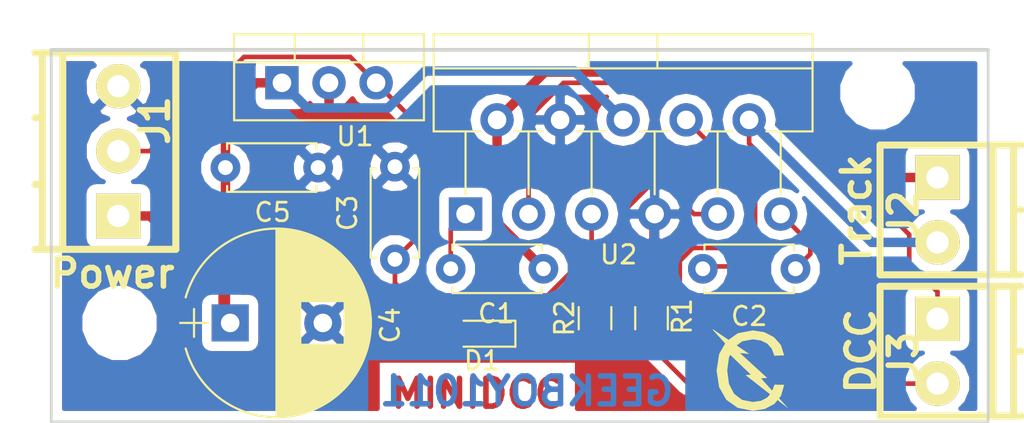
<source format=kicad_pcb>
(kicad_pcb (version 20170922) (host pcbnew "(2017-11-09 revision 87d06e526)-makepkg")

  (general
    (thickness 1.6)
    (drawings 6)
    (tracks 81)
    (zones 0)
    (modules 16)
    (nets 12)
  )

  (page A4)
  (layers
    (0 F.Cu signal)
    (31 B.Cu signal)
    (32 B.Adhes user)
    (33 F.Adhes user)
    (34 B.Paste user)
    (35 F.Paste user)
    (36 B.SilkS user)
    (37 F.SilkS user)
    (38 B.Mask user)
    (39 F.Mask user)
    (40 Dwgs.User user)
    (41 Cmts.User user)
    (42 Eco1.User user)
    (43 Eco2.User user)
    (44 Edge.Cuts user)
    (45 Margin user)
    (46 B.CrtYd user)
    (47 F.CrtYd user)
    (48 B.Fab user hide)
    (49 F.Fab user hide)
  )

  (setup
    (last_trace_width 0.25)
    (trace_clearance 0.2)
    (zone_clearance 0.508)
    (zone_45_only no)
    (trace_min 0.2)
    (segment_width 0.2)
    (edge_width 0.15)
    (via_size 0.8)
    (via_drill 0.4)
    (via_min_size 0.4)
    (via_min_drill 0.3)
    (uvia_size 0.3)
    (uvia_drill 0.1)
    (uvias_allowed no)
    (uvia_min_size 0.2)
    (uvia_min_drill 0.1)
    (pcb_text_width 0.3)
    (pcb_text_size 1.5 1.5)
    (mod_edge_width 0.15)
    (mod_text_size 1 1)
    (mod_text_width 0.15)
    (pad_size 1.524 1.524)
    (pad_drill 0.762)
    (pad_to_mask_clearance 0.2)
    (aux_axis_origin 0 0)
    (visible_elements 7FFFFFFF)
    (pcbplotparams
      (layerselection 0x010fc_ffffffff)
      (usegerberextensions false)
      (usegerberattributes true)
      (usegerberadvancedattributes true)
      (creategerberjobfile true)
      (excludeedgelayer true)
      (linewidth 0.100000)
      (plotframeref false)
      (viasonmask false)
      (mode 1)
      (useauxorigin false)
      (hpglpennumber 1)
      (hpglpenspeed 20)
      (hpglpendiameter 15)
      (psnegative false)
      (psa4output false)
      (plotreference true)
      (plotvalue true)
      (plotinvisibletext false)
      (padsonsilk false)
      (subtractmaskfromsilk false)
      (outputformat 1)
      (mirror false)
      (drillshape 1)
      (scaleselection 1)
      (outputdirectory ""))
  )

  (net 0 "")
  (net 1 /Track1)
  (net 2 "Net-(C1-Pad1)")
  (net 3 "Net-(C2-Pad1)")
  (net 4 /Track2)
  (net 5 GND)
  (net 6 +5V)
  (net 7 +12V)
  (net 8 "Net-(R2-Pad2)")
  (net 9 /Current_Sense)
  (net 10 /Direction)
  (net 11 "Net-(D1-Pad1)")

  (net_class Default "This is the default net class."
    (clearance 0.2)
    (trace_width 0.25)
    (via_dia 0.8)
    (via_drill 0.4)
    (uvia_dia 0.3)
    (uvia_drill 0.1)
    (add_net +5V)
    (add_net /Current_Sense)
    (add_net /Direction)
    (add_net GND)
    (add_net "Net-(C1-Pad1)")
    (add_net "Net-(C2-Pad1)")
    (add_net "Net-(D1-Pad1)")
    (add_net "Net-(R2-Pad2)")
  )

  (net_class +12 ""
    (clearance 0.2)
    (trace_width 0.508)
    (via_dia 0.8)
    (via_drill 0.4)
    (uvia_dia 0.3)
    (uvia_drill 0.1)
    (add_net +12V)
    (add_net /Track1)
    (add_net /Track2)
  )

  (module Geekboy:cememod.mod (layer F.Cu) (tedit 5A304D83) (tstamp 5A304DE1)
    (at 113.919 93.472)
    (descr "Imported from cemetechopt.svg")
    (tags svg2mod)
    (attr smd)
    (fp_text reference CemeLogo (at 0 -5.245959) (layer F.SilkS) hide
      (effects (font (thickness 0.3048)))
    )
    (fp_text value G*** (at 0 5.245959) (layer F.SilkS) hide
      (effects (font (thickness 0.3048)))
    )
    (fp_poly (pts (xy -1.990965 -2.179659) (xy -0.0573 -0.862229) (xy -0.563409 -0.9165) (xy 0.903582 0.424958)
      (xy 0.577616 0.451628) (xy 2.054202 2.081292) (xy -0.262927 0.275381) (xy 0.017687 0.247469)
      (xy -1.43906 -1.156305) (xy -1.086366 -1.129324) (xy -2.054202 -2.197959) (xy -1.990965 -2.179659)) (layer F.SilkS) (width 0))
    (fp_poly (pts (xy 1.82278 -0.789641) (xy 1.290989 -0.771661) (xy 1.15016 -1.149303) (xy 0.909142 -1.422155)
      (xy 0.558989 -1.594395) (xy 0.127669 -1.655045) (xy -0.444226 -1.544781) (xy -0.878284 -1.219576)
      (xy -1.153902 -0.690409) (xy -1.250366 0.031685) (xy -1.153902 0.752395) (xy -0.878295 1.282945)
      (xy -0.446975 1.610915) (xy 0.116651 1.723914) (xy 0.560389 1.663282) (xy 0.909046 1.484138)
      (xy 1.146068 1.193365) (xy 1.299885 0.788884) (xy 1.822673 0.797873) (xy 1.654553 1.391809)
      (xy 1.293506 1.831399) (xy 0.771226 2.104251) (xy 0.124937 2.197957) (xy -0.682585 2.044996)
      (xy -1.297124 1.609245) (xy -1.687127 0.927114) (xy -1.823553 0.03151) (xy -1.685744 -0.864207)
      (xy -1.294387 -1.547721) (xy -0.679763 -1.984573) (xy 0.124993 -2.137535) (xy 0.752007 -2.041071)
      (xy 1.277053 -1.768219) (xy 1.649135 -1.342402) (xy 1.822766 -0.789811) (xy 1.82278 -0.789641)) (layer F.SilkS) (width 0))
  )

  (module w_conn_pt-1,5:pt_1,5-3-3,5-h (layer F.Cu) (tedit 0) (tstamp 5A30298D)
    (at 79.121 81.661 270)
    (descr "3-way 3.5mm pitch terminal block, Phoenix PT series")
    (path /5A2D97C5)
    (fp_text reference J1 (at -1.651 -2.667 270) (layer F.SilkS)
      (effects (font (size 1.5 1.5) (thickness 0.3)))
    )
    (fp_text value Power (at 6.604 -0.381) (layer F.SilkS)
      (effects (font (size 1.5 1.5) (thickness 0.3)))
    )
    (fp_line (start -1.8 3.4) (end -1.8 3.8) (layer F.SilkS) (width 0.381))
    (fp_line (start 1.8 3.4) (end 1.8 3.8) (layer F.SilkS) (width 0.381))
    (fp_line (start -5.3 2.3) (end 5.3 2.3) (layer F.SilkS) (width 0.381))
    (fp_line (start -5.3 3.4) (end 5.3 3.4) (layer F.SilkS) (width 0.381))
    (fp_line (start -5.3 -3.8) (end -5.3 3.8) (layer F.SilkS) (width 0.381))
    (fp_line (start 5.3 3.8) (end 5.3 -3.8) (layer F.SilkS) (width 0.381))
    (fp_line (start 5.3 -3.8) (end -5.3 -3.8) (layer F.SilkS) (width 0.381))
    (pad 2 thru_hole circle (at 0 -0.7 270) (size 2.4 2.4) (drill 1.2) (layers *.Cu *.Mask F.SilkS)
      (net 6 +5V))
    (pad 1 thru_hole rect (at 3.5 -0.7 270) (size 2.4 2.4) (drill 1.2) (layers *.Cu *.Mask F.SilkS)
      (net 7 +12V))
    (pad 3 thru_hole circle (at -3.5 -0.7 270) (size 2.4 2.4) (drill 1.2) (layers *.Cu *.Mask F.SilkS)
      (net 5 GND))
    (model walter/conn_pt-1_5/pt_1,5-3-3,5-h.wrl
      (at (xyz 0 0 0))
      (scale (xyz 1 1 1))
      (rotate (xyz 0 0 0))
    )
    (model ${KISYS3DMOD}/conn_pt-1_5.3dshapes/pt_1,5-3-3,5-h.wrl
      (at (xyz 0 0 0))
      (scale (xyz 1 1 1))
      (rotate (xyz 0 0 0))
    )
  )

  (module TO_SOT_Packages_THT:TO-220-11_Vertical_StaggeredType1 (layer F.Cu) (tedit 58CE52AC) (tstamp 5A2FD728)
    (at 98.552 85.058)
    (descr "TO-220-11, Vertical, RM 1.7mm, Multiwatt-11, staggered type-1")
    (tags "TO-220-11 Vertical RM 1.7mm Multiwatt-11 staggered type-1")
    (path /598F37E3)
    (fp_text reference U2 (at 8.255 2.191) (layer F.SilkS)
      (effects (font (size 1 1) (thickness 0.15)))
    )
    (fp_text value LMD18200T (at 19.558 -4.032 90) (layer F.Fab)
      (effects (font (size 1 1) (thickness 0.15)))
    )
    (fp_line (start 18.85 -9.83) (end -1.85 -9.83) (layer F.CrtYd) (width 0.05))
    (fp_line (start 18.85 1.16) (end 18.85 -9.83) (layer F.CrtYd) (width 0.05))
    (fp_line (start -1.85 1.16) (end 18.85 1.16) (layer F.CrtYd) (width 0.05))
    (fp_line (start -1.85 -9.83) (end -1.85 1.16) (layer F.CrtYd) (width 0.05))
    (fp_line (start 17 -4.459) (end 17 -1.065) (layer F.SilkS) (width 0.12))
    (fp_line (start 13.6 -4.459) (end 13.6 -1.065) (layer F.SilkS) (width 0.12))
    (fp_line (start 10.2 -4.459) (end 10.2 -1.065) (layer F.SilkS) (width 0.12))
    (fp_line (start 6.8 -4.459) (end 6.8 -1.065) (layer F.SilkS) (width 0.12))
    (fp_line (start 3.4 -4.459) (end 3.4 -1.065) (layer F.SilkS) (width 0.12))
    (fp_line (start 0 -4.459) (end 0 -1.05) (layer F.SilkS) (width 0.12))
    (fp_line (start 10.35 -9.7) (end 10.35 -7.86) (layer F.SilkS) (width 0.12))
    (fp_line (start 6.65 -9.7) (end 6.65 -7.86) (layer F.SilkS) (width 0.12))
    (fp_line (start -1.72 -7.86) (end 18.72 -7.86) (layer F.SilkS) (width 0.12))
    (fp_line (start 18.72 -9.7) (end 18.72 -4.459) (layer F.SilkS) (width 0.12))
    (fp_line (start -1.72 -9.7) (end -1.72 -4.459) (layer F.SilkS) (width 0.12))
    (fp_line (start 16.225 -4.459) (end 18.72 -4.459) (layer F.SilkS) (width 0.12))
    (fp_line (start 12.825 -4.459) (end 14.376 -4.459) (layer F.SilkS) (width 0.12))
    (fp_line (start 9.425 -4.459) (end 10.976 -4.459) (layer F.SilkS) (width 0.12))
    (fp_line (start 6.025 -4.459) (end 7.576 -4.459) (layer F.SilkS) (width 0.12))
    (fp_line (start 2.625 -4.459) (end 4.176 -4.459) (layer F.SilkS) (width 0.12))
    (fp_line (start -1.72 -4.459) (end 0.776 -4.459) (layer F.SilkS) (width 0.12))
    (fp_line (start -1.72 -9.7) (end 18.72 -9.7) (layer F.SilkS) (width 0.12))
    (fp_line (start 17 -4.58) (end 17 0) (layer F.Fab) (width 0.1))
    (fp_line (start 13.6 -4.58) (end 13.6 0) (layer F.Fab) (width 0.1))
    (fp_line (start 10.2 -4.58) (end 10.2 0) (layer F.Fab) (width 0.1))
    (fp_line (start 6.8 -4.58) (end 6.8 0) (layer F.Fab) (width 0.1))
    (fp_line (start 3.4 -4.58) (end 3.4 0) (layer F.Fab) (width 0.1))
    (fp_line (start 0 -4.58) (end 0 0) (layer F.Fab) (width 0.1))
    (fp_line (start 10.35 -9.58) (end 10.35 -7.98) (layer F.Fab) (width 0.1))
    (fp_line (start 6.65 -9.58) (end 6.65 -7.98) (layer F.Fab) (width 0.1))
    (fp_line (start -1.6 -7.98) (end 18.6 -7.98) (layer F.Fab) (width 0.1))
    (fp_line (start 18.6 -9.58) (end -1.6 -9.58) (layer F.Fab) (width 0.1))
    (fp_line (start 18.6 -4.58) (end 18.6 -9.58) (layer F.Fab) (width 0.1))
    (fp_line (start -1.6 -4.58) (end 18.6 -4.58) (layer F.Fab) (width 0.1))
    (fp_line (start -1.6 -9.58) (end -1.6 -4.58) (layer F.Fab) (width 0.1))
    (fp_text user %R (at 8.5 -10.7) (layer F.Fab)
      (effects (font (size 1 1) (thickness 0.15)))
    )
    (pad 11 thru_hole oval (at 17 0) (size 1.8 1.8) (drill 1) (layers *.Cu *.Mask)
      (net 3 "Net-(C2-Pad1)"))
    (pad 10 thru_hole oval (at 15.3 -5.08) (size 1.8 1.8) (drill 1) (layers *.Cu *.Mask)
      (net 4 /Track2))
    (pad 9 thru_hole oval (at 13.6 0) (size 1.8 1.8) (drill 1) (layers *.Cu *.Mask)
      (net 8 "Net-(R2-Pad2)"))
    (pad 8 thru_hole oval (at 11.9 -5.08) (size 1.8 1.8) (drill 1) (layers *.Cu *.Mask)
      (net 9 /Current_Sense))
    (pad 7 thru_hole oval (at 10.2 0) (size 1.8 1.8) (drill 1) (layers *.Cu *.Mask)
      (net 5 GND))
    (pad 6 thru_hole oval (at 8.5 -5.08) (size 1.8 1.8) (drill 1) (layers *.Cu *.Mask)
      (net 7 +12V))
    (pad 5 thru_hole oval (at 6.8 0) (size 1.8 1.8) (drill 1) (layers *.Cu *.Mask)
      (net 6 +5V))
    (pad 4 thru_hole oval (at 5.1 -5.08) (size 1.8 1.8) (drill 1) (layers *.Cu *.Mask)
      (net 5 GND))
    (pad 3 thru_hole oval (at 3.4 0) (size 1.8 1.8) (drill 1) (layers *.Cu *.Mask)
      (net 10 /Direction))
    (pad 2 thru_hole oval (at 1.7 -5.08) (size 1.8 1.8) (drill 1) (layers *.Cu *.Mask)
      (net 1 /Track1))
    (pad 1 thru_hole rect (at 0 0) (size 1.8 1.8) (drill 1) (layers *.Cu *.Mask)
      (net 2 "Net-(C1-Pad1)"))
    (model ${KISYS3DMOD}/TO_SOT_Packages_THT.3dshapes/TO-220-11_Vertical_StaggeredType1.wrl
      (at (xyz 0 0 0))
      (scale (xyz 1 1 1))
      (rotate (xyz 0 0 0))
    )
    (model ${KISYS3DMOD}/TO_SOT_Packages_THT.3dshapes/Multiwatt-11_Vertical_StaggeredType1.wrl
      (at (xyz 0 0 0))
      (scale (xyz 1 1 1))
      (rotate (xyz 0 0 0))
    )
  )

  (module Capacitors_THT:C_Disc_D4.7mm_W2.5mm_P5.00mm (layer F.Cu) (tedit 597BC7C2) (tstamp 5A2FDB9E)
    (at 116.352 88.011 180)
    (descr "C, Disc series, Radial, pin pitch=5.00mm, , diameter*width=4.7*2.5mm^2, Capacitor, http://www.vishay.com/docs/45233/krseries.pdf")
    (tags "C Disc series Radial pin pitch 5.00mm  diameter 4.7mm width 2.5mm Capacitor")
    (path /598F39E1)
    (fp_text reference C2 (at 2.5 -2.56 180) (layer F.SilkS)
      (effects (font (size 1 1) (thickness 0.15)))
    )
    (fp_text value 10nf (at 2.5 2.56 180) (layer F.Fab)
      (effects (font (size 1 1) (thickness 0.15)))
    )
    (fp_line (start 0.15 -1.25) (end 0.15 1.25) (layer F.Fab) (width 0.1))
    (fp_line (start 0.15 1.25) (end 4.85 1.25) (layer F.Fab) (width 0.1))
    (fp_line (start 4.85 1.25) (end 4.85 -1.25) (layer F.Fab) (width 0.1))
    (fp_line (start 4.85 -1.25) (end 0.15 -1.25) (layer F.Fab) (width 0.1))
    (fp_line (start 0.09 -1.31) (end 4.91 -1.31) (layer F.SilkS) (width 0.12))
    (fp_line (start 0.09 1.31) (end 4.91 1.31) (layer F.SilkS) (width 0.12))
    (fp_line (start 0.09 -1.31) (end 0.09 -0.996) (layer F.SilkS) (width 0.12))
    (fp_line (start 0.09 0.996) (end 0.09 1.31) (layer F.SilkS) (width 0.12))
    (fp_line (start 4.91 -1.31) (end 4.91 -0.996) (layer F.SilkS) (width 0.12))
    (fp_line (start 4.91 0.996) (end 4.91 1.31) (layer F.SilkS) (width 0.12))
    (fp_line (start -1.05 -1.6) (end -1.05 1.6) (layer F.CrtYd) (width 0.05))
    (fp_line (start -1.05 1.6) (end 6.05 1.6) (layer F.CrtYd) (width 0.05))
    (fp_line (start 6.05 1.6) (end 6.05 -1.6) (layer F.CrtYd) (width 0.05))
    (fp_line (start 6.05 -1.6) (end -1.05 -1.6) (layer F.CrtYd) (width 0.05))
    (fp_text user %R (at 2.5 0 180) (layer F.Fab)
      (effects (font (size 1 1) (thickness 0.15)))
    )
    (pad 1 thru_hole circle (at 0 0 180) (size 1.6 1.6) (drill 0.8) (layers *.Cu *.Mask)
      (net 3 "Net-(C2-Pad1)"))
    (pad 2 thru_hole circle (at 5 0 180) (size 1.6 1.6) (drill 0.8) (layers *.Cu *.Mask)
      (net 4 /Track2))
    (model ${KISYS3DMOD}/Capacitors_THT.3dshapes/C_Disc_D4.7mm_W2.5mm_P5.00mm.wrl
      (at (xyz 0 0 0))
      (scale (xyz 1 1 1))
      (rotate (xyz 0 0 0))
    )
  )

  (module Mounting_Holes:MountingHole_3mm (layer F.Cu) (tedit 5A2F3051) (tstamp 5A30272F)
    (at 79.883 90.932)
    (descr "Mounting Hole 3mm, no annular")
    (tags "mounting hole 3mm no annular")
    (attr virtual)
    (fp_text reference "" (at -6.223 -2.286) (layer F.SilkS)
      (effects (font (size 1 1) (thickness 0.15)))
    )
    (fp_text value MountingHole_3mm (at 0 4) (layer F.Fab)
      (effects (font (size 1 1) (thickness 0.15)))
    )
    (fp_circle (center 0 0) (end 3.25 0) (layer F.CrtYd) (width 0.05))
    (fp_circle (center 0 0) (end 3 0) (layer Cmts.User) (width 0.15))
    (fp_text user %R (at 0.3 0) (layer F.Fab)
      (effects (font (size 1 1) (thickness 0.15)))
    )
    (pad 1 np_thru_hole circle (at 0 0) (size 3 3) (drill 3) (layers *.Cu *.Mask))
  )

  (module Mounting_Holes:MountingHole_3mm (layer F.Cu) (tedit 5A2F3057) (tstamp 5A30257A)
    (at 120.777 78.486)
    (descr "Mounting Hole 3mm, no annular")
    (tags "mounting hole 3mm no annular")
    (attr virtual)
    (fp_text reference "" (at 0 -4) (layer F.SilkS)
      (effects (font (size 1 1) (thickness 0.15)))
    )
    (fp_text value MountingHole_3mm (at 0 4) (layer F.Fab)
      (effects (font (size 1 1) (thickness 0.15)))
    )
    (fp_text user %R (at 0.3 0) (layer F.Fab)
      (effects (font (size 1 1) (thickness 0.15)))
    )
    (fp_circle (center 0 0) (end 3 0) (layer Cmts.User) (width 0.15))
    (fp_circle (center 0 0) (end 3.25 0) (layer F.CrtYd) (width 0.05))
    (pad 1 np_thru_hole circle (at 0 0) (size 3 3) (drill 3) (layers *.Cu *.Mask))
  )

  (module Capacitors_THT:C_Disc_D4.7mm_W2.5mm_P5.00mm (layer F.Cu) (tedit 597BC7C2) (tstamp 5A2FDC03)
    (at 97.752 88.011)
    (descr "C, Disc series, Radial, pin pitch=5.00mm, , diameter*width=4.7*2.5mm^2, Capacitor, http://www.vishay.com/docs/45233/krseries.pdf")
    (tags "C Disc series Radial pin pitch 5.00mm  diameter 4.7mm width 2.5mm Capacitor")
    (path /598F399B)
    (fp_text reference C1 (at 2.451 2.413) (layer F.SilkS)
      (effects (font (size 1 1) (thickness 0.15)))
    )
    (fp_text value 10nf (at 2.5 2.56) (layer F.Fab)
      (effects (font (size 1 1) (thickness 0.15)))
    )
    (fp_text user %R (at 2.5 0) (layer F.Fab)
      (effects (font (size 1 1) (thickness 0.15)))
    )
    (fp_line (start 6.05 -1.6) (end -1.05 -1.6) (layer F.CrtYd) (width 0.05))
    (fp_line (start 6.05 1.6) (end 6.05 -1.6) (layer F.CrtYd) (width 0.05))
    (fp_line (start -1.05 1.6) (end 6.05 1.6) (layer F.CrtYd) (width 0.05))
    (fp_line (start -1.05 -1.6) (end -1.05 1.6) (layer F.CrtYd) (width 0.05))
    (fp_line (start 4.91 0.996) (end 4.91 1.31) (layer F.SilkS) (width 0.12))
    (fp_line (start 4.91 -1.31) (end 4.91 -0.996) (layer F.SilkS) (width 0.12))
    (fp_line (start 0.09 0.996) (end 0.09 1.31) (layer F.SilkS) (width 0.12))
    (fp_line (start 0.09 -1.31) (end 0.09 -0.996) (layer F.SilkS) (width 0.12))
    (fp_line (start 0.09 1.31) (end 4.91 1.31) (layer F.SilkS) (width 0.12))
    (fp_line (start 0.09 -1.31) (end 4.91 -1.31) (layer F.SilkS) (width 0.12))
    (fp_line (start 4.85 -1.25) (end 0.15 -1.25) (layer F.Fab) (width 0.1))
    (fp_line (start 4.85 1.25) (end 4.85 -1.25) (layer F.Fab) (width 0.1))
    (fp_line (start 0.15 1.25) (end 4.85 1.25) (layer F.Fab) (width 0.1))
    (fp_line (start 0.15 -1.25) (end 0.15 1.25) (layer F.Fab) (width 0.1))
    (pad 2 thru_hole circle (at 5 0) (size 1.6 1.6) (drill 0.8) (layers *.Cu *.Mask)
      (net 1 /Track1))
    (pad 1 thru_hole circle (at 0 0) (size 1.6 1.6) (drill 0.8) (layers *.Cu *.Mask)
      (net 2 "Net-(C1-Pad1)"))
    (model ${KISYS3DMOD}/Capacitors_THT.3dshapes/C_Disc_D4.7mm_W2.5mm_P5.00mm.wrl
      (at (xyz 0 0 0))
      (scale (xyz 1 1 1))
      (rotate (xyz 0 0 0))
    )
  )

  (module Capacitors_THT:C_Disc_D4.7mm_W2.5mm_P5.00mm (layer F.Cu) (tedit 597BC7C2) (tstamp 5A3017D3)
    (at 94.742 87.503 90)
    (descr "C, Disc series, Radial, pin pitch=5.00mm, , diameter*width=4.7*2.5mm^2, Capacitor, http://www.vishay.com/docs/45233/krseries.pdf")
    (tags "C Disc series Radial pin pitch 5.00mm  diameter 4.7mm width 2.5mm Capacitor")
    (path /5A2DBB14)
    (fp_text reference C3 (at 2.5 -2.56 90) (layer F.SilkS)
      (effects (font (size 1 1) (thickness 0.15)))
    )
    (fp_text value 100nf (at 2.5 2.56 90) (layer F.Fab)
      (effects (font (size 1 1) (thickness 0.15)))
    )
    (fp_text user %R (at 2.5 0 90) (layer F.Fab)
      (effects (font (size 1 1) (thickness 0.15)))
    )
    (fp_line (start 6.05 -1.6) (end -1.05 -1.6) (layer F.CrtYd) (width 0.05))
    (fp_line (start 6.05 1.6) (end 6.05 -1.6) (layer F.CrtYd) (width 0.05))
    (fp_line (start -1.05 1.6) (end 6.05 1.6) (layer F.CrtYd) (width 0.05))
    (fp_line (start -1.05 -1.6) (end -1.05 1.6) (layer F.CrtYd) (width 0.05))
    (fp_line (start 4.91 0.996) (end 4.91 1.31) (layer F.SilkS) (width 0.12))
    (fp_line (start 4.91 -1.31) (end 4.91 -0.996) (layer F.SilkS) (width 0.12))
    (fp_line (start 0.09 0.996) (end 0.09 1.31) (layer F.SilkS) (width 0.12))
    (fp_line (start 0.09 -1.31) (end 0.09 -0.996) (layer F.SilkS) (width 0.12))
    (fp_line (start 0.09 1.31) (end 4.91 1.31) (layer F.SilkS) (width 0.12))
    (fp_line (start 0.09 -1.31) (end 4.91 -1.31) (layer F.SilkS) (width 0.12))
    (fp_line (start 4.85 -1.25) (end 0.15 -1.25) (layer F.Fab) (width 0.1))
    (fp_line (start 4.85 1.25) (end 4.85 -1.25) (layer F.Fab) (width 0.1))
    (fp_line (start 0.15 1.25) (end 4.85 1.25) (layer F.Fab) (width 0.1))
    (fp_line (start 0.15 -1.25) (end 0.15 1.25) (layer F.Fab) (width 0.1))
    (pad 2 thru_hole circle (at 5 0 90) (size 1.6 1.6) (drill 0.8) (layers *.Cu *.Mask)
      (net 5 GND))
    (pad 1 thru_hole circle (at 0 0 90) (size 1.6 1.6) (drill 0.8) (layers *.Cu *.Mask)
      (net 6 +5V))
    (model ${KISYS3DMOD}/Capacitors_THT.3dshapes/C_Disc_D4.7mm_W2.5mm_P5.00mm.wrl
      (at (xyz 0 0 0))
      (scale (xyz 1 1 1))
      (rotate (xyz 0 0 0))
    )
  )

  (module Capacitors_THT:C_Disc_D4.7mm_W2.5mm_P5.00mm (layer F.Cu) (tedit 597BC7C2) (tstamp 5A30286B)
    (at 85.598 82.55)
    (descr "C, Disc series, Radial, pin pitch=5.00mm, , diameter*width=4.7*2.5mm^2, Capacitor, http://www.vishay.com/docs/45233/krseries.pdf")
    (tags "C Disc series Radial pin pitch 5.00mm  diameter 4.7mm width 2.5mm Capacitor")
    (path /5A2DC812)
    (fp_text reference C5 (at 2.54 2.413) (layer F.SilkS)
      (effects (font (size 1 1) (thickness 0.15)))
    )
    (fp_text value 1uf (at 2.5 2.56) (layer F.Fab)
      (effects (font (size 1 1) (thickness 0.15)))
    )
    (fp_text user %R (at 2.5 0) (layer F.Fab)
      (effects (font (size 1 1) (thickness 0.15)))
    )
    (fp_line (start 6.05 -1.6) (end -1.05 -1.6) (layer F.CrtYd) (width 0.05))
    (fp_line (start 6.05 1.6) (end 6.05 -1.6) (layer F.CrtYd) (width 0.05))
    (fp_line (start -1.05 1.6) (end 6.05 1.6) (layer F.CrtYd) (width 0.05))
    (fp_line (start -1.05 -1.6) (end -1.05 1.6) (layer F.CrtYd) (width 0.05))
    (fp_line (start 4.91 0.996) (end 4.91 1.31) (layer F.SilkS) (width 0.12))
    (fp_line (start 4.91 -1.31) (end 4.91 -0.996) (layer F.SilkS) (width 0.12))
    (fp_line (start 0.09 0.996) (end 0.09 1.31) (layer F.SilkS) (width 0.12))
    (fp_line (start 0.09 -1.31) (end 0.09 -0.996) (layer F.SilkS) (width 0.12))
    (fp_line (start 0.09 1.31) (end 4.91 1.31) (layer F.SilkS) (width 0.12))
    (fp_line (start 0.09 -1.31) (end 4.91 -1.31) (layer F.SilkS) (width 0.12))
    (fp_line (start 4.85 -1.25) (end 0.15 -1.25) (layer F.Fab) (width 0.1))
    (fp_line (start 4.85 1.25) (end 4.85 -1.25) (layer F.Fab) (width 0.1))
    (fp_line (start 0.15 1.25) (end 4.85 1.25) (layer F.Fab) (width 0.1))
    (fp_line (start 0.15 -1.25) (end 0.15 1.25) (layer F.Fab) (width 0.1))
    (pad 2 thru_hole circle (at 5 0) (size 1.6 1.6) (drill 0.8) (layers *.Cu *.Mask)
      (net 5 GND))
    (pad 1 thru_hole circle (at 0 0) (size 1.6 1.6) (drill 0.8) (layers *.Cu *.Mask)
      (net 7 +12V))
    (model ${KISYS3DMOD}/Capacitors_THT.3dshapes/C_Disc_D4.7mm_W2.5mm_P5.00mm.wrl
      (at (xyz 0 0 0))
      (scale (xyz 1 1 1))
      (rotate (xyz 0 0 0))
    )
  )

  (module LEDs:LED_0805 (layer F.Cu) (tedit 59959803) (tstamp 5A301AA2)
    (at 99.441 91.514 180)
    (descr "LED 0805 smd package")
    (tags "LED led 0805 SMD smd SMT smt smdled SMDLED smtled SMTLED")
    (path /598F3BD0)
    (attr smd)
    (fp_text reference D1 (at 0 -1.45 180) (layer F.SilkS)
      (effects (font (size 1 1) (thickness 0.15)))
    )
    (fp_text value LED (at 0 1.55 180) (layer F.Fab)
      (effects (font (size 1 1) (thickness 0.15)))
    )
    (fp_text user %R (at 0 -1.25 180) (layer F.Fab)
      (effects (font (size 0.4 0.4) (thickness 0.1)))
    )
    (fp_line (start -1.95 -0.85) (end 1.95 -0.85) (layer F.CrtYd) (width 0.05))
    (fp_line (start -1.95 0.85) (end -1.95 -0.85) (layer F.CrtYd) (width 0.05))
    (fp_line (start 1.95 0.85) (end -1.95 0.85) (layer F.CrtYd) (width 0.05))
    (fp_line (start 1.95 -0.85) (end 1.95 0.85) (layer F.CrtYd) (width 0.05))
    (fp_line (start -1.8 -0.7) (end 1 -0.7) (layer F.SilkS) (width 0.12))
    (fp_line (start -1.8 0.7) (end 1 0.7) (layer F.SilkS) (width 0.12))
    (fp_line (start -1 0.6) (end -1 -0.6) (layer F.Fab) (width 0.1))
    (fp_line (start -1 -0.6) (end 1 -0.6) (layer F.Fab) (width 0.1))
    (fp_line (start 1 -0.6) (end 1 0.6) (layer F.Fab) (width 0.1))
    (fp_line (start 1 0.6) (end -1 0.6) (layer F.Fab) (width 0.1))
    (fp_line (start 0.2 -0.4) (end 0.2 0.4) (layer F.Fab) (width 0.1))
    (fp_line (start 0.2 0.4) (end -0.4 0) (layer F.Fab) (width 0.1))
    (fp_line (start -0.4 0) (end 0.2 -0.4) (layer F.Fab) (width 0.1))
    (fp_line (start -0.4 -0.4) (end -0.4 0.4) (layer F.Fab) (width 0.1))
    (fp_line (start -1.8 -0.7) (end -1.8 0.7) (layer F.SilkS) (width 0.12))
    (pad 1 smd rect (at -1.1 0) (size 1.2 1.2) (layers F.Cu F.Paste F.Mask)
      (net 11 "Net-(D1-Pad1)"))
    (pad 2 smd rect (at 1.1 0) (size 1.2 1.2) (layers F.Cu F.Paste F.Mask)
      (net 6 +5V))
    (model ${KISYS3DMOD}/LEDs.3dshapes/LED_0805.wrl
      (at (xyz 0 0 0))
      (scale (xyz 1 1 1))
      (rotate (xyz 0 0 180))
    )
  )

  (module w_conn_pt-1,5:pt_1,5-2-3,5-h (layer F.Cu) (tedit 0) (tstamp 5A3027C6)
    (at 124.714 84.836 90)
    (descr "2-way 3.5mm pitch terminal block, Phoenix PT series")
    (path /5A2D970D)
    (fp_text reference J2 (at -0.254 -2.54 90) (layer F.SilkS)
      (effects (font (size 1.5 1.5) (thickness 0.3)))
    )
    (fp_text value Track (at 0 -5.08 90) (layer F.SilkS)
      (effects (font (size 1.5 1.5) (thickness 0.3)))
    )
    (fp_line (start 3.5 -3.8) (end -3.5 -3.8) (layer F.SilkS) (width 0.381))
    (fp_line (start 3.5 3.8) (end 3.5 -3.8) (layer F.SilkS) (width 0.381))
    (fp_line (start -3.5 -3.8) (end -3.5 3.8) (layer F.SilkS) (width 0.381))
    (fp_line (start -3.5 3.4) (end 3.5 3.4) (layer F.SilkS) (width 0.381))
    (fp_line (start -3.5 2.3) (end 3.5 2.3) (layer F.SilkS) (width 0.381))
    (fp_line (start 0 3.4) (end 0 3.8) (layer F.SilkS) (width 0.381))
    (pad 1 thru_hole rect (at 1.75 -0.7 90) (size 2.4 2.4) (drill 1.2) (layers *.Cu *.Mask F.SilkS)
      (net 1 /Track1))
    (pad 2 thru_hole circle (at -1.75 -0.7 90) (size 2.4 2.4) (drill 1.2) (layers *.Cu *.Mask F.SilkS)
      (net 4 /Track2))
    (model walter/conn_pt-1_5/pt_1,5-2-3,5-h.wrl
      (at (xyz 0 0 0))
      (scale (xyz 1 1 1))
      (rotate (xyz 0 0 0))
    )
    (model ${KISYS3DMOD}/conn_pt-1_5.3dshapes/pt_1,5-2-3,5-h.wrl
      (at (xyz 0 0 0))
      (scale (xyz 1 1 1))
      (rotate (xyz 0 0 0))
    )
  )

  (module w_conn_pt-1,5:pt_1,5-2-3,5-h (layer F.Cu) (tedit 0) (tstamp 5A30278D)
    (at 124.714 92.456 90)
    (descr "2-way 3.5mm pitch terminal block, Phoenix PT series")
    (path /5A2D9689)
    (fp_text reference J3 (at -0.254 -2.54 90) (layer F.SilkS)
      (effects (font (size 1.5 1.5) (thickness 0.3)))
    )
    (fp_text value DCC (at 0 -4.826 90) (layer F.SilkS)
      (effects (font (size 1.5 1.5) (thickness 0.3)))
    )
    (fp_line (start 0 3.4) (end 0 3.8) (layer F.SilkS) (width 0.381))
    (fp_line (start -3.5 2.3) (end 3.5 2.3) (layer F.SilkS) (width 0.381))
    (fp_line (start -3.5 3.4) (end 3.5 3.4) (layer F.SilkS) (width 0.381))
    (fp_line (start -3.5 -3.8) (end -3.5 3.8) (layer F.SilkS) (width 0.381))
    (fp_line (start 3.5 3.8) (end 3.5 -3.8) (layer F.SilkS) (width 0.381))
    (fp_line (start 3.5 -3.8) (end -3.5 -3.8) (layer F.SilkS) (width 0.381))
    (pad 2 thru_hole circle (at -1.75 -0.7 90) (size 2.4 2.4) (drill 1.2) (layers *.Cu *.Mask F.SilkS)
      (net 9 /Current_Sense))
    (pad 1 thru_hole rect (at 1.75 -0.7 90) (size 2.4 2.4) (drill 1.2) (layers *.Cu *.Mask F.SilkS)
      (net 10 /Direction))
    (model walter/conn_pt-1_5/pt_1,5-2-3,5-h.wrl
      (at (xyz 0 0 0))
      (scale (xyz 1 1 1))
      (rotate (xyz 0 0 0))
    )
    (model ${KISYS3DMOD}/conn_pt-1_5.3dshapes/pt_1,5-2-3,5-h.wrl
      (at (xyz 0 0 0))
      (scale (xyz 1 1 1))
      (rotate (xyz 0 0 0))
    )
  )

  (module Resistors_SMD:R_0805 (layer F.Cu) (tedit 58E0A804) (tstamp 5A3019DC)
    (at 108.585 90.678 90)
    (descr "Resistor SMD 0805, reflow soldering, Vishay (see dcrcw.pdf)")
    (tags "resistor 0805")
    (path /598FCAFD)
    (attr smd)
    (fp_text reference R1 (at 0.1016 1.651 90) (layer F.SilkS)
      (effects (font (size 1 1) (thickness 0.15)))
    )
    (fp_text value 2.7KΩ (at -2.286 1.27 180) (layer F.Fab)
      (effects (font (size 1 1) (thickness 0.15)))
    )
    (fp_text user %R (at 0 0 90) (layer F.Fab)
      (effects (font (size 0.5 0.5) (thickness 0.075)))
    )
    (fp_line (start -1 0.62) (end -1 -0.62) (layer F.Fab) (width 0.1))
    (fp_line (start 1 0.62) (end -1 0.62) (layer F.Fab) (width 0.1))
    (fp_line (start 1 -0.62) (end 1 0.62) (layer F.Fab) (width 0.1))
    (fp_line (start -1 -0.62) (end 1 -0.62) (layer F.Fab) (width 0.1))
    (fp_line (start 0.6 0.88) (end -0.6 0.88) (layer F.SilkS) (width 0.12))
    (fp_line (start -0.6 -0.88) (end 0.6 -0.88) (layer F.SilkS) (width 0.12))
    (fp_line (start -1.55 -0.9) (end 1.55 -0.9) (layer F.CrtYd) (width 0.05))
    (fp_line (start -1.55 -0.9) (end -1.55 0.9) (layer F.CrtYd) (width 0.05))
    (fp_line (start 1.55 0.9) (end 1.55 -0.9) (layer F.CrtYd) (width 0.05))
    (fp_line (start 1.55 0.9) (end -1.55 0.9) (layer F.CrtYd) (width 0.05))
    (pad 1 smd rect (at -0.95 0 90) (size 0.7 1.3) (layers F.Cu F.Paste F.Mask)
      (net 9 /Current_Sense))
    (pad 2 smd rect (at 0.95 0 90) (size 0.7 1.3) (layers F.Cu F.Paste F.Mask)
      (net 5 GND))
    (model ${KISYS3DMOD}/Resistors_SMD.3dshapes/R_0805.wrl
      (at (xyz 0 0 0))
      (scale (xyz 1 1 1))
      (rotate (xyz 0 0 0))
    )
  )

  (module Resistors_SMD:R_0805 (layer F.Cu) (tedit 58E0A804) (tstamp 5A302809)
    (at 105.537 90.678 90)
    (descr "Resistor SMD 0805, reflow soldering, Vishay (see dcrcw.pdf)")
    (tags "resistor 0805")
    (path /598F3B8D)
    (attr smd)
    (fp_text reference R2 (at 0 -1.65 90) (layer F.SilkS)
      (effects (font (size 1 1) (thickness 0.15)))
    )
    (fp_text value 220Ω (at -2.286 -0.762 180) (layer F.Fab)
      (effects (font (size 1 1) (thickness 0.15)))
    )
    (fp_line (start 1.55 0.9) (end -1.55 0.9) (layer F.CrtYd) (width 0.05))
    (fp_line (start 1.55 0.9) (end 1.55 -0.9) (layer F.CrtYd) (width 0.05))
    (fp_line (start -1.55 -0.9) (end -1.55 0.9) (layer F.CrtYd) (width 0.05))
    (fp_line (start -1.55 -0.9) (end 1.55 -0.9) (layer F.CrtYd) (width 0.05))
    (fp_line (start -0.6 -0.88) (end 0.6 -0.88) (layer F.SilkS) (width 0.12))
    (fp_line (start 0.6 0.88) (end -0.6 0.88) (layer F.SilkS) (width 0.12))
    (fp_line (start -1 -0.62) (end 1 -0.62) (layer F.Fab) (width 0.1))
    (fp_line (start 1 -0.62) (end 1 0.62) (layer F.Fab) (width 0.1))
    (fp_line (start 1 0.62) (end -1 0.62) (layer F.Fab) (width 0.1))
    (fp_line (start -1 0.62) (end -1 -0.62) (layer F.Fab) (width 0.1))
    (fp_text user %R (at 0 0 90) (layer F.Fab)
      (effects (font (size 0.5 0.5) (thickness 0.075)))
    )
    (pad 2 smd rect (at 0.95 0 90) (size 0.7 1.3) (layers F.Cu F.Paste F.Mask)
      (net 8 "Net-(R2-Pad2)"))
    (pad 1 smd rect (at -0.95 0 90) (size 0.7 1.3) (layers F.Cu F.Paste F.Mask)
      (net 11 "Net-(D1-Pad1)"))
    (model ${KISYS3DMOD}/Resistors_SMD.3dshapes/R_0805.wrl
      (at (xyz 0 0 0))
      (scale (xyz 1 1 1))
      (rotate (xyz 0 0 0))
    )
  )

  (module TO_SOT_Packages_THT:TO-220-3_Vertical (layer F.Cu) (tedit 58CE52AD) (tstamp 5A2FD7A5)
    (at 88.646 77.978)
    (descr "TO-220-3, Vertical, RM 2.54mm")
    (tags "TO-220-3 Vertical RM 2.54mm")
    (path /5A2D8024)
    (fp_text reference U1 (at 3.937 2.8956) (layer F.SilkS)
      (effects (font (size 1 1) (thickness 0.15)))
    )
    (fp_text value LM7805_TO220 (at 2.54 3.92) (layer F.Fab)
      (effects (font (size 1 1) (thickness 0.15)))
    )
    (fp_line (start 7.79 -2.75) (end -2.71 -2.75) (layer F.CrtYd) (width 0.05))
    (fp_line (start 7.79 2.16) (end 7.79 -2.75) (layer F.CrtYd) (width 0.05))
    (fp_line (start -2.71 2.16) (end 7.79 2.16) (layer F.CrtYd) (width 0.05))
    (fp_line (start -2.71 -2.75) (end -2.71 2.16) (layer F.CrtYd) (width 0.05))
    (fp_line (start 4.391 -2.62) (end 4.391 -1.11) (layer F.SilkS) (width 0.12))
    (fp_line (start 0.69 -2.62) (end 0.69 -1.11) (layer F.SilkS) (width 0.12))
    (fp_line (start -2.58 -1.11) (end 7.66 -1.11) (layer F.SilkS) (width 0.12))
    (fp_line (start 7.66 -2.62) (end 7.66 2.021) (layer F.SilkS) (width 0.12))
    (fp_line (start -2.58 -2.62) (end -2.58 2.021) (layer F.SilkS) (width 0.12))
    (fp_line (start -2.58 2.021) (end 7.66 2.021) (layer F.SilkS) (width 0.12))
    (fp_line (start -2.58 -2.62) (end 7.66 -2.62) (layer F.SilkS) (width 0.12))
    (fp_line (start 4.39 -2.5) (end 4.39 -1.23) (layer F.Fab) (width 0.1))
    (fp_line (start 0.69 -2.5) (end 0.69 -1.23) (layer F.Fab) (width 0.1))
    (fp_line (start -2.46 -1.23) (end 7.54 -1.23) (layer F.Fab) (width 0.1))
    (fp_line (start 7.54 -2.5) (end -2.46 -2.5) (layer F.Fab) (width 0.1))
    (fp_line (start 7.54 1.9) (end 7.54 -2.5) (layer F.Fab) (width 0.1))
    (fp_line (start -2.46 1.9) (end 7.54 1.9) (layer F.Fab) (width 0.1))
    (fp_line (start -2.46 -2.5) (end -2.46 1.9) (layer F.Fab) (width 0.1))
    (fp_text user %R (at 2.54 -3.62) (layer F.Fab)
      (effects (font (size 1 1) (thickness 0.15)))
    )
    (pad 3 thru_hole oval (at 5.08 0) (size 1.8 1.8) (drill 1) (layers *.Cu *.Mask)
      (net 6 +5V))
    (pad 2 thru_hole oval (at 2.54 0) (size 1.8 1.8) (drill 1) (layers *.Cu *.Mask)
      (net 5 GND))
    (pad 1 thru_hole rect (at 0 0) (size 1.8 1.8) (drill 1) (layers *.Cu *.Mask)
      (net 7 +12V))
    (model ${KISYS3DMOD}/TO_SOT_Packages_THT.3dshapes/TO-220-3_Vertical.wrl
      (at (xyz 0.1 0 0))
      (scale (xyz 0.393701 0.393701 0.393701))
      (rotate (xyz 0 0 0))
    )
    (model R:/kicad_libs/modules/packages3d/walter/to/to220_std.wrl
      (at (xyz 0.1 0 -0.075))
      (scale (xyz 1 1 1))
      (rotate (xyz 0 0 0))
    )
  )

  (module Capacitors_THT:CP_Radial_D10.0mm_P5.00mm (layer F.Cu) (tedit 597BC7C2) (tstamp 5A30510D)
    (at 85.852 90.932)
    (descr "CP, Radial series, Radial, pin pitch=5.00mm, , diameter=10mm, Electrolytic Capacitor")
    (tags "CP Radial series Radial pin pitch 5.00mm  diameter 10mm Electrolytic Capacitor")
    (path /5A2DC31F)
    (fp_text reference C4 (at 8.636 0.127 90) (layer F.SilkS)
      (effects (font (size 1 1) (thickness 0.15)))
    )
    (fp_text value 1000uf (at 2.5 6.31) (layer F.Fab)
      (effects (font (size 1 1) (thickness 0.15)))
    )
    (fp_text user %R (at 2.5 0) (layer F.Fab)
      (effects (font (size 1 1) (thickness 0.15)))
    )
    (fp_line (start 7.85 -5.35) (end -2.85 -5.35) (layer F.CrtYd) (width 0.05))
    (fp_line (start 7.85 5.35) (end 7.85 -5.35) (layer F.CrtYd) (width 0.05))
    (fp_line (start -2.85 5.35) (end 7.85 5.35) (layer F.CrtYd) (width 0.05))
    (fp_line (start -2.85 -5.35) (end -2.85 5.35) (layer F.CrtYd) (width 0.05))
    (fp_line (start -1.95 -0.75) (end -1.95 0.75) (layer F.SilkS) (width 0.12))
    (fp_line (start -2.7 0) (end -1.2 0) (layer F.SilkS) (width 0.12))
    (fp_line (start 7.581 -0.279) (end 7.581 0.279) (layer F.SilkS) (width 0.12))
    (fp_line (start 7.541 -0.672) (end 7.541 0.672) (layer F.SilkS) (width 0.12))
    (fp_line (start 7.501 -0.913) (end 7.501 0.913) (layer F.SilkS) (width 0.12))
    (fp_line (start 7.461 -1.104) (end 7.461 1.104) (layer F.SilkS) (width 0.12))
    (fp_line (start 7.421 -1.265) (end 7.421 1.265) (layer F.SilkS) (width 0.12))
    (fp_line (start 7.381 -1.407) (end 7.381 1.407) (layer F.SilkS) (width 0.12))
    (fp_line (start 7.341 -1.536) (end 7.341 1.536) (layer F.SilkS) (width 0.12))
    (fp_line (start 7.301 -1.654) (end 7.301 1.654) (layer F.SilkS) (width 0.12))
    (fp_line (start 7.261 -1.763) (end 7.261 1.763) (layer F.SilkS) (width 0.12))
    (fp_line (start 7.221 -1.866) (end 7.221 1.866) (layer F.SilkS) (width 0.12))
    (fp_line (start 7.181 -1.962) (end 7.181 1.962) (layer F.SilkS) (width 0.12))
    (fp_line (start 7.141 -2.053) (end 7.141 2.053) (layer F.SilkS) (width 0.12))
    (fp_line (start 7.101 -2.14) (end 7.101 2.14) (layer F.SilkS) (width 0.12))
    (fp_line (start 7.061 -2.222) (end 7.061 2.222) (layer F.SilkS) (width 0.12))
    (fp_line (start 7.021 -2.301) (end 7.021 2.301) (layer F.SilkS) (width 0.12))
    (fp_line (start 6.981 -2.377) (end 6.981 2.377) (layer F.SilkS) (width 0.12))
    (fp_line (start 6.941 -2.449) (end 6.941 2.449) (layer F.SilkS) (width 0.12))
    (fp_line (start 6.901 -2.519) (end 6.901 2.519) (layer F.SilkS) (width 0.12))
    (fp_line (start 6.861 -2.587) (end 6.861 2.587) (layer F.SilkS) (width 0.12))
    (fp_line (start 6.821 -2.652) (end 6.821 2.652) (layer F.SilkS) (width 0.12))
    (fp_line (start 6.781 -2.715) (end 6.781 2.715) (layer F.SilkS) (width 0.12))
    (fp_line (start 6.741 -2.777) (end 6.741 2.777) (layer F.SilkS) (width 0.12))
    (fp_line (start 6.701 -2.836) (end 6.701 2.836) (layer F.SilkS) (width 0.12))
    (fp_line (start 6.661 -2.894) (end 6.661 2.894) (layer F.SilkS) (width 0.12))
    (fp_line (start 6.621 -2.949) (end 6.621 2.949) (layer F.SilkS) (width 0.12))
    (fp_line (start 6.581 -3.004) (end 6.581 3.004) (layer F.SilkS) (width 0.12))
    (fp_line (start 6.541 -3.057) (end 6.541 3.057) (layer F.SilkS) (width 0.12))
    (fp_line (start 6.501 -3.108) (end 6.501 3.108) (layer F.SilkS) (width 0.12))
    (fp_line (start 6.461 -3.158) (end 6.461 3.158) (layer F.SilkS) (width 0.12))
    (fp_line (start 6.421 -3.207) (end 6.421 3.207) (layer F.SilkS) (width 0.12))
    (fp_line (start 6.381 -3.255) (end 6.381 3.255) (layer F.SilkS) (width 0.12))
    (fp_line (start 6.341 -3.302) (end 6.341 3.302) (layer F.SilkS) (width 0.12))
    (fp_line (start 6.301 -3.347) (end 6.301 3.347) (layer F.SilkS) (width 0.12))
    (fp_line (start 6.261 -3.391) (end 6.261 3.391) (layer F.SilkS) (width 0.12))
    (fp_line (start 6.221 -3.435) (end 6.221 3.435) (layer F.SilkS) (width 0.12))
    (fp_line (start 6.181 -3.477) (end 6.181 3.477) (layer F.SilkS) (width 0.12))
    (fp_line (start 6.141 1.181) (end 6.141 3.518) (layer F.SilkS) (width 0.12))
    (fp_line (start 6.141 -3.518) (end 6.141 -1.181) (layer F.SilkS) (width 0.12))
    (fp_line (start 6.101 1.181) (end 6.101 3.559) (layer F.SilkS) (width 0.12))
    (fp_line (start 6.101 -3.559) (end 6.101 -1.181) (layer F.SilkS) (width 0.12))
    (fp_line (start 6.061 1.181) (end 6.061 3.598) (layer F.SilkS) (width 0.12))
    (fp_line (start 6.061 -3.598) (end 6.061 -1.181) (layer F.SilkS) (width 0.12))
    (fp_line (start 6.021 1.181) (end 6.021 3.637) (layer F.SilkS) (width 0.12))
    (fp_line (start 6.021 -3.637) (end 6.021 -1.181) (layer F.SilkS) (width 0.12))
    (fp_line (start 5.981 1.181) (end 5.981 3.675) (layer F.SilkS) (width 0.12))
    (fp_line (start 5.981 -3.675) (end 5.981 -1.181) (layer F.SilkS) (width 0.12))
    (fp_line (start 5.941 1.181) (end 5.941 3.712) (layer F.SilkS) (width 0.12))
    (fp_line (start 5.941 -3.712) (end 5.941 -1.181) (layer F.SilkS) (width 0.12))
    (fp_line (start 5.901 1.181) (end 5.901 3.748) (layer F.SilkS) (width 0.12))
    (fp_line (start 5.901 -3.748) (end 5.901 -1.181) (layer F.SilkS) (width 0.12))
    (fp_line (start 5.861 1.181) (end 5.861 3.784) (layer F.SilkS) (width 0.12))
    (fp_line (start 5.861 -3.784) (end 5.861 -1.181) (layer F.SilkS) (width 0.12))
    (fp_line (start 5.821 1.181) (end 5.821 3.819) (layer F.SilkS) (width 0.12))
    (fp_line (start 5.821 -3.819) (end 5.821 -1.181) (layer F.SilkS) (width 0.12))
    (fp_line (start 5.781 1.181) (end 5.781 3.853) (layer F.SilkS) (width 0.12))
    (fp_line (start 5.781 -3.853) (end 5.781 -1.181) (layer F.SilkS) (width 0.12))
    (fp_line (start 5.741 1.181) (end 5.741 3.886) (layer F.SilkS) (width 0.12))
    (fp_line (start 5.741 -3.886) (end 5.741 -1.181) (layer F.SilkS) (width 0.12))
    (fp_line (start 5.701 1.181) (end 5.701 3.919) (layer F.SilkS) (width 0.12))
    (fp_line (start 5.701 -3.919) (end 5.701 -1.181) (layer F.SilkS) (width 0.12))
    (fp_line (start 5.661 1.181) (end 5.661 3.951) (layer F.SilkS) (width 0.12))
    (fp_line (start 5.661 -3.951) (end 5.661 -1.181) (layer F.SilkS) (width 0.12))
    (fp_line (start 5.621 1.181) (end 5.621 3.982) (layer F.SilkS) (width 0.12))
    (fp_line (start 5.621 -3.982) (end 5.621 -1.181) (layer F.SilkS) (width 0.12))
    (fp_line (start 5.581 1.181) (end 5.581 4.013) (layer F.SilkS) (width 0.12))
    (fp_line (start 5.581 -4.013) (end 5.581 -1.181) (layer F.SilkS) (width 0.12))
    (fp_line (start 5.541 1.181) (end 5.541 4.043) (layer F.SilkS) (width 0.12))
    (fp_line (start 5.541 -4.043) (end 5.541 -1.181) (layer F.SilkS) (width 0.12))
    (fp_line (start 5.501 1.181) (end 5.501 4.072) (layer F.SilkS) (width 0.12))
    (fp_line (start 5.501 -4.072) (end 5.501 -1.181) (layer F.SilkS) (width 0.12))
    (fp_line (start 5.461 1.181) (end 5.461 4.101) (layer F.SilkS) (width 0.12))
    (fp_line (start 5.461 -4.101) (end 5.461 -1.181) (layer F.SilkS) (width 0.12))
    (fp_line (start 5.421 1.181) (end 5.421 4.13) (layer F.SilkS) (width 0.12))
    (fp_line (start 5.421 -4.13) (end 5.421 -1.181) (layer F.SilkS) (width 0.12))
    (fp_line (start 5.381 1.181) (end 5.381 4.157) (layer F.SilkS) (width 0.12))
    (fp_line (start 5.381 -4.157) (end 5.381 -1.181) (layer F.SilkS) (width 0.12))
    (fp_line (start 5.341 1.181) (end 5.341 4.185) (layer F.SilkS) (width 0.12))
    (fp_line (start 5.341 -4.185) (end 5.341 -1.181) (layer F.SilkS) (width 0.12))
    (fp_line (start 5.301 1.181) (end 5.301 4.211) (layer F.SilkS) (width 0.12))
    (fp_line (start 5.301 -4.211) (end 5.301 -1.181) (layer F.SilkS) (width 0.12))
    (fp_line (start 5.261 1.181) (end 5.261 4.237) (layer F.SilkS) (width 0.12))
    (fp_line (start 5.261 -4.237) (end 5.261 -1.181) (layer F.SilkS) (width 0.12))
    (fp_line (start 5.221 1.181) (end 5.221 4.263) (layer F.SilkS) (width 0.12))
    (fp_line (start 5.221 -4.263) (end 5.221 -1.181) (layer F.SilkS) (width 0.12))
    (fp_line (start 5.181 1.181) (end 5.181 4.288) (layer F.SilkS) (width 0.12))
    (fp_line (start 5.181 -4.288) (end 5.181 -1.181) (layer F.SilkS) (width 0.12))
    (fp_line (start 5.141 1.181) (end 5.141 4.312) (layer F.SilkS) (width 0.12))
    (fp_line (start 5.141 -4.312) (end 5.141 -1.181) (layer F.SilkS) (width 0.12))
    (fp_line (start 5.101 1.181) (end 5.101 4.336) (layer F.SilkS) (width 0.12))
    (fp_line (start 5.101 -4.336) (end 5.101 -1.181) (layer F.SilkS) (width 0.12))
    (fp_line (start 5.061 1.181) (end 5.061 4.36) (layer F.SilkS) (width 0.12))
    (fp_line (start 5.061 -4.36) (end 5.061 -1.181) (layer F.SilkS) (width 0.12))
    (fp_line (start 5.021 1.181) (end 5.021 4.383) (layer F.SilkS) (width 0.12))
    (fp_line (start 5.021 -4.383) (end 5.021 -1.181) (layer F.SilkS) (width 0.12))
    (fp_line (start 4.981 1.181) (end 4.981 4.405) (layer F.SilkS) (width 0.12))
    (fp_line (start 4.981 -4.405) (end 4.981 -1.181) (layer F.SilkS) (width 0.12))
    (fp_line (start 4.941 1.181) (end 4.941 4.428) (layer F.SilkS) (width 0.12))
    (fp_line (start 4.941 -4.428) (end 4.941 -1.181) (layer F.SilkS) (width 0.12))
    (fp_line (start 4.901 1.181) (end 4.901 4.449) (layer F.SilkS) (width 0.12))
    (fp_line (start 4.901 -4.449) (end 4.901 -1.181) (layer F.SilkS) (width 0.12))
    (fp_line (start 4.861 1.181) (end 4.861 4.47) (layer F.SilkS) (width 0.12))
    (fp_line (start 4.861 -4.47) (end 4.861 -1.181) (layer F.SilkS) (width 0.12))
    (fp_line (start 4.821 1.181) (end 4.821 4.491) (layer F.SilkS) (width 0.12))
    (fp_line (start 4.821 -4.491) (end 4.821 -1.181) (layer F.SilkS) (width 0.12))
    (fp_line (start 4.781 1.181) (end 4.781 4.511) (layer F.SilkS) (width 0.12))
    (fp_line (start 4.781 -4.511) (end 4.781 -1.181) (layer F.SilkS) (width 0.12))
    (fp_line (start 4.741 1.181) (end 4.741 4.531) (layer F.SilkS) (width 0.12))
    (fp_line (start 4.741 -4.531) (end 4.741 -1.181) (layer F.SilkS) (width 0.12))
    (fp_line (start 4.701 1.181) (end 4.701 4.55) (layer F.SilkS) (width 0.12))
    (fp_line (start 4.701 -4.55) (end 4.701 -1.181) (layer F.SilkS) (width 0.12))
    (fp_line (start 4.661 1.181) (end 4.661 4.569) (layer F.SilkS) (width 0.12))
    (fp_line (start 4.661 -4.569) (end 4.661 -1.181) (layer F.SilkS) (width 0.12))
    (fp_line (start 4.621 1.181) (end 4.621 4.588) (layer F.SilkS) (width 0.12))
    (fp_line (start 4.621 -4.588) (end 4.621 -1.181) (layer F.SilkS) (width 0.12))
    (fp_line (start 4.581 1.181) (end 4.581 4.606) (layer F.SilkS) (width 0.12))
    (fp_line (start 4.581 -4.606) (end 4.581 -1.181) (layer F.SilkS) (width 0.12))
    (fp_line (start 4.541 1.181) (end 4.541 4.624) (layer F.SilkS) (width 0.12))
    (fp_line (start 4.541 -4.624) (end 4.541 -1.181) (layer F.SilkS) (width 0.12))
    (fp_line (start 4.501 1.181) (end 4.501 4.641) (layer F.SilkS) (width 0.12))
    (fp_line (start 4.501 -4.641) (end 4.501 -1.181) (layer F.SilkS) (width 0.12))
    (fp_line (start 4.461 1.181) (end 4.461 4.658) (layer F.SilkS) (width 0.12))
    (fp_line (start 4.461 -4.658) (end 4.461 -1.181) (layer F.SilkS) (width 0.12))
    (fp_line (start 4.421 1.181) (end 4.421 4.674) (layer F.SilkS) (width 0.12))
    (fp_line (start 4.421 -4.674) (end 4.421 -1.181) (layer F.SilkS) (width 0.12))
    (fp_line (start 4.381 1.181) (end 4.381 4.691) (layer F.SilkS) (width 0.12))
    (fp_line (start 4.381 -4.691) (end 4.381 -1.181) (layer F.SilkS) (width 0.12))
    (fp_line (start 4.341 1.181) (end 4.341 4.706) (layer F.SilkS) (width 0.12))
    (fp_line (start 4.341 -4.706) (end 4.341 -1.181) (layer F.SilkS) (width 0.12))
    (fp_line (start 4.301 1.181) (end 4.301 4.722) (layer F.SilkS) (width 0.12))
    (fp_line (start 4.301 -4.722) (end 4.301 -1.181) (layer F.SilkS) (width 0.12))
    (fp_line (start 4.261 1.181) (end 4.261 4.737) (layer F.SilkS) (width 0.12))
    (fp_line (start 4.261 -4.737) (end 4.261 -1.181) (layer F.SilkS) (width 0.12))
    (fp_line (start 4.221 1.181) (end 4.221 4.751) (layer F.SilkS) (width 0.12))
    (fp_line (start 4.221 -4.751) (end 4.221 -1.181) (layer F.SilkS) (width 0.12))
    (fp_line (start 4.181 1.181) (end 4.181 4.765) (layer F.SilkS) (width 0.12))
    (fp_line (start 4.181 -4.765) (end 4.181 -1.181) (layer F.SilkS) (width 0.12))
    (fp_line (start 4.141 1.181) (end 4.141 4.779) (layer F.SilkS) (width 0.12))
    (fp_line (start 4.141 -4.779) (end 4.141 -1.181) (layer F.SilkS) (width 0.12))
    (fp_line (start 4.101 1.181) (end 4.101 4.792) (layer F.SilkS) (width 0.12))
    (fp_line (start 4.101 -4.792) (end 4.101 -1.181) (layer F.SilkS) (width 0.12))
    (fp_line (start 4.061 1.181) (end 4.061 4.806) (layer F.SilkS) (width 0.12))
    (fp_line (start 4.061 -4.806) (end 4.061 -1.181) (layer F.SilkS) (width 0.12))
    (fp_line (start 4.021 1.181) (end 4.021 4.818) (layer F.SilkS) (width 0.12))
    (fp_line (start 4.021 -4.818) (end 4.021 -1.181) (layer F.SilkS) (width 0.12))
    (fp_line (start 3.981 1.181) (end 3.981 4.831) (layer F.SilkS) (width 0.12))
    (fp_line (start 3.981 -4.831) (end 3.981 -1.181) (layer F.SilkS) (width 0.12))
    (fp_line (start 3.941 1.181) (end 3.941 4.843) (layer F.SilkS) (width 0.12))
    (fp_line (start 3.941 -4.843) (end 3.941 -1.181) (layer F.SilkS) (width 0.12))
    (fp_line (start 3.901 1.181) (end 3.901 4.854) (layer F.SilkS) (width 0.12))
    (fp_line (start 3.901 -4.854) (end 3.901 -1.181) (layer F.SilkS) (width 0.12))
    (fp_line (start 3.861 1.181) (end 3.861 4.865) (layer F.SilkS) (width 0.12))
    (fp_line (start 3.861 -4.865) (end 3.861 -1.181) (layer F.SilkS) (width 0.12))
    (fp_line (start 3.821 1.181) (end 3.821 4.876) (layer F.SilkS) (width 0.12))
    (fp_line (start 3.821 -4.876) (end 3.821 -1.181) (layer F.SilkS) (width 0.12))
    (fp_line (start 3.781 -4.887) (end 3.781 4.887) (layer F.SilkS) (width 0.12))
    (fp_line (start 3.741 -4.897) (end 3.741 4.897) (layer F.SilkS) (width 0.12))
    (fp_line (start 3.701 -4.907) (end 3.701 4.907) (layer F.SilkS) (width 0.12))
    (fp_line (start 3.661 -4.917) (end 3.661 4.917) (layer F.SilkS) (width 0.12))
    (fp_line (start 3.621 -4.926) (end 3.621 4.926) (layer F.SilkS) (width 0.12))
    (fp_line (start 3.581 -4.935) (end 3.581 4.935) (layer F.SilkS) (width 0.12))
    (fp_line (start 3.541 -4.943) (end 3.541 4.943) (layer F.SilkS) (width 0.12))
    (fp_line (start 3.501 -4.951) (end 3.501 4.951) (layer F.SilkS) (width 0.12))
    (fp_line (start 3.461 -4.959) (end 3.461 4.959) (layer F.SilkS) (width 0.12))
    (fp_line (start 3.421 -4.967) (end 3.421 4.967) (layer F.SilkS) (width 0.12))
    (fp_line (start 3.381 -4.974) (end 3.381 4.974) (layer F.SilkS) (width 0.12))
    (fp_line (start 3.341 -4.981) (end 3.341 4.981) (layer F.SilkS) (width 0.12))
    (fp_line (start 3.301 -4.987) (end 3.301 4.987) (layer F.SilkS) (width 0.12))
    (fp_line (start 3.261 -4.993) (end 3.261 4.993) (layer F.SilkS) (width 0.12))
    (fp_line (start 3.221 -4.999) (end 3.221 4.999) (layer F.SilkS) (width 0.12))
    (fp_line (start 3.18 -5.005) (end 3.18 5.005) (layer F.SilkS) (width 0.12))
    (fp_line (start 3.14 -5.01) (end 3.14 5.01) (layer F.SilkS) (width 0.12))
    (fp_line (start 3.1 -5.015) (end 3.1 5.015) (layer F.SilkS) (width 0.12))
    (fp_line (start 3.06 -5.02) (end 3.06 5.02) (layer F.SilkS) (width 0.12))
    (fp_line (start 3.02 -5.024) (end 3.02 5.024) (layer F.SilkS) (width 0.12))
    (fp_line (start 2.98 -5.028) (end 2.98 5.028) (layer F.SilkS) (width 0.12))
    (fp_line (start 2.94 -5.031) (end 2.94 5.031) (layer F.SilkS) (width 0.12))
    (fp_line (start 2.9 -5.035) (end 2.9 5.035) (layer F.SilkS) (width 0.12))
    (fp_line (start 2.86 -5.038) (end 2.86 5.038) (layer F.SilkS) (width 0.12))
    (fp_line (start 2.82 -5.04) (end 2.82 5.04) (layer F.SilkS) (width 0.12))
    (fp_line (start 2.78 -5.043) (end 2.78 5.043) (layer F.SilkS) (width 0.12))
    (fp_line (start 2.74 -5.045) (end 2.74 5.045) (layer F.SilkS) (width 0.12))
    (fp_line (start 2.7 -5.047) (end 2.7 5.047) (layer F.SilkS) (width 0.12))
    (fp_line (start 2.66 -5.048) (end 2.66 5.048) (layer F.SilkS) (width 0.12))
    (fp_line (start 2.62 -5.049) (end 2.62 5.049) (layer F.SilkS) (width 0.12))
    (fp_line (start 2.58 -5.05) (end 2.58 5.05) (layer F.SilkS) (width 0.12))
    (fp_line (start 2.54 -5.05) (end 2.54 5.05) (layer F.SilkS) (width 0.12))
    (fp_line (start 2.5 -5.05) (end 2.5 5.05) (layer F.SilkS) (width 0.12))
    (fp_line (start -1.95 -0.75) (end -1.95 0.75) (layer F.Fab) (width 0.1))
    (fp_line (start -2.7 0) (end -1.2 0) (layer F.Fab) (width 0.1))
    (fp_circle (center 2.5 0) (end 7.5 0) (layer F.Fab) (width 0.1))
    (fp_arc (start 2.5 0) (end 7.399357 -1.38) (angle 31.5) (layer F.SilkS) (width 0.12))
    (fp_arc (start 2.5 0) (end -2.399357 1.38) (angle -148.5) (layer F.SilkS) (width 0.12))
    (fp_arc (start 2.5 0) (end -2.399357 -1.38) (angle 148.5) (layer F.SilkS) (width 0.12))
    (pad 2 thru_hole circle (at 5 0) (size 2 2) (drill 1) (layers *.Cu *.Mask)
      (net 5 GND))
    (pad 1 thru_hole rect (at 0 0) (size 2 2) (drill 1) (layers *.Cu *.Mask)
      (net 7 +12V))
    (model ${KISYS3DMOD}/Capacitors_THT.3dshapes/CP_Radial_D10.0mm_P5.00mm.wrl
      (at (xyz 0 0 0))
      (scale (xyz 1 1 1))
      (rotate (xyz 0 0 0))
    )
  )

  (gr_text GEEKBOY1011 (at 101.854 94.615) (layer B.Cu)
    (effects (font (size 1.5 1.5) (thickness 0.3)) (justify mirror))
  )
  (gr_text MINIDCC (at 99.187 94.742) (layer F.Cu)
    (effects (font (size 1.5 1.5) (thickness 0.3)))
  )
  (gr_line (start 76.2 96.266) (end 126.746 96.266) (layer Edge.Cuts) (width 0.15) (tstamp 5A3029D6))
  (gr_line (start 126.746 76.2) (end 126.746 96.266) (layer Edge.Cuts) (width 0.15))
  (gr_line (start 76.2 76.2) (end 76.2 96.266) (layer Edge.Cuts) (width 0.15))
  (gr_line (start 76.2 76.2) (end 126.746 76.2) (layer Edge.Cuts) (width 0.2) (tstamp 5A2FD560))

  (segment (start 100.252 79.978) (end 100.252 85.511) (width 0.508) (layer F.Cu) (net 1))
  (segment (start 100.252 85.511) (end 102.752 88.011) (width 0.508) (layer F.Cu) (net 1))
  (segment (start 124.014 83.086) (end 120.226842 83.086) (width 0.508) (layer F.Cu) (net 1))
  (segment (start 120.226842 83.086) (end 114.539833 77.39899) (width 0.508) (layer F.Cu) (net 1))
  (segment (start 114.539833 77.39899) (end 102.83101 77.39899) (width 0.508) (layer F.Cu) (net 1))
  (segment (start 102.83101 77.39899) (end 101.151999 79.078001) (width 0.508) (layer F.Cu) (net 1))
  (segment (start 101.151999 79.078001) (end 100.252 79.978) (width 0.508) (layer F.Cu) (net 1))
  (segment (start 97.752 88.011) (end 97.752 85.858) (width 0.25) (layer F.Cu) (net 2))
  (segment (start 97.752 85.858) (end 98.552 85.058) (width 0.25) (layer F.Cu) (net 2))
  (segment (start 115.552 85.058) (end 117.151999 86.657999) (width 0.25) (layer F.Cu) (net 3))
  (segment (start 117.151999 86.657999) (end 117.151999 87.211001) (width 0.25) (layer F.Cu) (net 3))
  (segment (start 117.151999 87.211001) (end 116.352 88.011) (width 0.25) (layer F.Cu) (net 3))
  (segment (start 124.014 86.586) (end 120.46 86.586) (width 0.508) (layer B.Cu) (net 4))
  (segment (start 120.46 86.586) (end 113.852 79.978) (width 0.508) (layer B.Cu) (net 4))
  (segment (start 111.479 87.884) (end 113.538 87.884) (width 0.25) (layer F.Cu) (net 4))
  (segment (start 114.173 81.571792) (end 114.173 87.249) (width 0.25) (layer F.Cu) (net 4))
  (segment (start 114.173 87.249) (end 113.538 87.884) (width 0.25) (layer F.Cu) (net 4))
  (segment (start 113.852 79.978) (end 113.852 81.250792) (width 0.25) (layer F.Cu) (net 4))
  (segment (start 113.852 81.250792) (end 114.173 81.571792) (width 0.25) (layer F.Cu) (net 4))
  (segment (start 111.352 88.011) (end 111.479 87.884) (width 0.25) (layer F.Cu) (net 4))
  (segment (start 114.173 80.299) (end 113.852 79.978) (width 0.25) (layer F.Cu) (net 4))
  (segment (start 108.585 89.728) (end 108.585 85.225) (width 0.25) (layer F.Cu) (net 5))
  (segment (start 108.585 85.225) (end 108.752 85.058) (width 0.25) (layer F.Cu) (net 5))
  (segment (start 93.726 77.978) (end 95.758 80.01) (width 0.25) (layer F.Cu) (net 6))
  (segment (start 95.758 80.01) (end 95.885 80.137) (width 0.25) (layer F.Cu) (net 6))
  (segment (start 95.758 80.01) (end 96.393 80.645) (width 0.25) (layer F.Cu) (net 6))
  (segment (start 96.393 80.645) (end 96.393 85.852) (width 0.25) (layer F.Cu) (net 6))
  (segment (start 96.393 85.852) (end 95.541999 86.703001) (width 0.25) (layer F.Cu) (net 6))
  (segment (start 95.541999 86.703001) (end 94.742 87.503) (width 0.25) (layer F.Cu) (net 6))
  (segment (start 95.631 89.662) (end 97.483 91.514) (width 0.25) (layer F.Cu) (net 6))
  (segment (start 97.483 91.514) (end 98.341 91.514) (width 0.25) (layer F.Cu) (net 6))
  (segment (start 105.352 87.076002) (end 102.766002 89.662) (width 0.25) (layer F.Cu) (net 6))
  (segment (start 105.352 85.058) (end 105.352 87.076002) (width 0.25) (layer F.Cu) (net 6))
  (segment (start 102.766002 89.662) (end 95.631 89.662) (width 0.25) (layer F.Cu) (net 6))
  (segment (start 95.631 89.662) (end 94.742 88.773) (width 0.25) (layer F.Cu) (net 6))
  (segment (start 94.742 88.773) (end 94.742 87.503) (width 0.25) (layer F.Cu) (net 6))
  (segment (start 81.518056 81.661) (end 86.598056 76.581) (width 0.25) (layer F.Cu) (net 6))
  (segment (start 79.821 81.661) (end 81.518056 81.661) (width 0.25) (layer F.Cu) (net 6))
  (segment (start 86.598056 76.581) (end 92.329 76.581) (width 0.25) (layer F.Cu) (net 6))
  (segment (start 92.329 76.581) (end 93.726 77.978) (width 0.25) (layer F.Cu) (net 6))
  (segment (start 96.364922 77.343) (end 94.375921 79.332001) (width 0.508) (layer B.Cu) (net 7))
  (segment (start 94.375921 79.332001) (end 90.000001 79.332001) (width 0.508) (layer B.Cu) (net 7))
  (segment (start 90.000001 79.332001) (end 88.646 77.978) (width 0.508) (layer B.Cu) (net 7))
  (segment (start 85.598 82.55) (end 85.598 79.618) (width 0.508) (layer F.Cu) (net 7))
  (segment (start 85.598 79.618) (end 87.238 77.978) (width 0.508) (layer F.Cu) (net 7))
  (segment (start 87.238 77.978) (end 88.646 77.978) (width 0.508) (layer F.Cu) (net 7))
  (segment (start 85.598 82.55) (end 85.598 90.805) (width 0.508) (layer F.Cu) (net 7))
  (segment (start 85.598 90.805) (end 85.471 90.932) (width 0.508) (layer F.Cu) (net 7))
  (segment (start 107.052 79.978) (end 104.417 77.343) (width 0.508) (layer B.Cu) (net 7))
  (segment (start 104.417 77.343) (end 96.364922 77.343) (width 0.508) (layer B.Cu) (net 7))
  (segment (start 79.821 85.161) (end 81.529 85.161) (width 0.508) (layer F.Cu) (net 7))
  (segment (start 81.529 85.161) (end 85.471 89.103) (width 0.508) (layer F.Cu) (net 7))
  (segment (start 85.471 89.103) (end 85.471 89.80063) (width 0.508) (layer F.Cu) (net 7))
  (segment (start 85.471 89.80063) (end 85.471 90.932) (width 0.508) (layer F.Cu) (net 7))
  (segment (start 106.934 85.062998) (end 106.934 87.731) (width 0.25) (layer F.Cu) (net 8))
  (segment (start 106.934 87.731) (end 105.537 89.128) (width 0.25) (layer F.Cu) (net 8))
  (segment (start 105.537 89.128) (end 105.537 89.728) (width 0.25) (layer F.Cu) (net 8))
  (segment (start 109.387208 83.566) (end 108.430998 83.566) (width 0.25) (layer F.Cu) (net 8))
  (segment (start 108.430998 83.566) (end 106.934 85.062998) (width 0.25) (layer F.Cu) (net 8))
  (segment (start 112.152 85.058) (end 110.879208 85.058) (width 0.25) (layer F.Cu) (net 8))
  (segment (start 110.879208 85.058) (end 109.387208 83.566) (width 0.25) (layer F.Cu) (net 8))
  (segment (start 110.109 87.588998) (end 110.109 90.404) (width 0.25) (layer F.Cu) (net 9))
  (segment (start 110.109 90.404) (end 108.885 91.628) (width 0.25) (layer F.Cu) (net 9))
  (segment (start 108.885 91.628) (end 108.585 91.628) (width 0.25) (layer F.Cu) (net 9))
  (segment (start 113.012001 86.885999) (end 110.811999 86.885999) (width 0.25) (layer F.Cu) (net 9))
  (segment (start 113.72299 86.17501) (end 113.012001 86.885999) (width 0.25) (layer F.Cu) (net 9))
  (segment (start 110.811999 86.885999) (end 110.109 87.588998) (width 0.25) (layer F.Cu) (net 9))
  (segment (start 110.452 79.978) (end 113.72299 83.24899) (width 0.25) (layer F.Cu) (net 9))
  (segment (start 113.72299 83.24899) (end 113.72299 86.17501) (width 0.25) (layer F.Cu) (net 9))
  (segment (start 108.585 92.228) (end 110.563 94.206) (width 0.25) (layer F.Cu) (net 9))
  (segment (start 108.585 91.628) (end 108.585 92.228) (width 0.25) (layer F.Cu) (net 9))
  (segment (start 110.563 94.206) (end 124.014 94.206) (width 0.25) (layer F.Cu) (net 9) (tstamp 5A308852))
  (segment (start 101.952 85.058) (end 101.952 79.864998) (width 0.25) (layer F.Cu) (net 10))
  (segment (start 101.952 79.864998) (end 103.838998 77.978) (width 0.25) (layer F.Cu) (net 10))
  (segment (start 122.488999 87.730999) (end 124.014 89.256) (width 0.25) (layer F.Cu) (net 10))
  (segment (start 103.838998 77.978) (end 114.3 77.978) (width 0.25) (layer F.Cu) (net 10))
  (segment (start 114.3 77.978) (end 122.488999 86.166999) (width 0.25) (layer F.Cu) (net 10))
  (segment (start 122.488999 86.166999) (end 122.488999 87.730999) (width 0.25) (layer F.Cu) (net 10))
  (segment (start 124.014 89.256) (end 124.014 90.706) (width 0.25) (layer F.Cu) (net 10))
  (segment (start 100.541 91.514) (end 105.423 91.514) (width 0.25) (layer F.Cu) (net 11))
  (segment (start 105.423 91.514) (end 105.537 91.628) (width 0.25) (layer F.Cu) (net 11))

  (zone (net 5) (net_name GND) (layer B.Cu) (tstamp 0) (hatch edge 0.508)
    (connect_pads (clearance 0.508))
    (min_thickness 0.254)
    (fill yes (arc_segments 16) (thermal_gap 0.508) (thermal_bridge_width 0.508))
    (polygon
      (pts
        (xy 76.2 76.2) (xy 76.2 96.266) (xy 126.746 96.266) (xy 126.746 76.2)
      )
    )
    (filled_polygon
      (pts
        (xy 78.523823 77.043431) (xy 78.236212 77.166565) (xy 77.976293 77.848734) (xy 77.997214 78.578443) (xy 78.236212 79.155435)
        (xy 78.523825 79.27857) (xy 79.641395 78.161) (xy 79.627253 78.146858) (xy 79.806858 77.967253) (xy 79.821 77.981395)
        (xy 79.835143 77.967253) (xy 80.014748 78.146858) (xy 80.000605 78.161) (xy 81.118175 79.27857) (xy 81.405788 79.155435)
        (xy 81.665707 78.473266) (xy 81.644786 77.743557) (xy 81.405788 77.166565) (xy 81.118177 77.043431) (xy 81.226608 76.935)
        (xy 87.127004 76.935) (xy 87.09856 77.078) (xy 87.09856 78.878) (xy 87.147843 79.125765) (xy 87.288191 79.335809)
        (xy 87.498235 79.476157) (xy 87.746 79.52544) (xy 88.936204 79.52544) (xy 89.371383 79.960619) (xy 89.659796 80.153331)
        (xy 90.000001 80.221001) (xy 94.375921 80.221001) (xy 94.716127 80.15333) (xy 94.978526 79.978) (xy 98.686928 79.978)
        (xy 98.803773 80.565419) (xy 99.136519 81.063409) (xy 99.634509 81.396155) (xy 100.221928 81.513) (xy 100.282072 81.513)
        (xy 100.869491 81.396155) (xy 101.367481 81.063409) (xy 101.700227 80.565419) (xy 101.74452 80.34274) (xy 102.160964 80.34274)
        (xy 102.33976 80.774417) (xy 102.744424 81.215966) (xy 103.287258 81.469046) (xy 103.525 81.348997) (xy 103.525 80.105)
        (xy 103.779 80.105) (xy 103.779 81.348997) (xy 104.016742 81.469046) (xy 104.559576 81.215966) (xy 104.96424 80.774417)
        (xy 105.143036 80.34274) (xy 105.022378 80.105) (xy 103.779 80.105) (xy 103.525 80.105) (xy 102.281622 80.105)
        (xy 102.160964 80.34274) (xy 101.74452 80.34274) (xy 101.817072 79.978) (xy 101.744521 79.61326) (xy 102.160964 79.61326)
        (xy 102.281622 79.851) (xy 103.525 79.851) (xy 103.525 78.607003) (xy 103.287258 78.486954) (xy 102.744424 78.740034)
        (xy 102.33976 79.181583) (xy 102.160964 79.61326) (xy 101.744521 79.61326) (xy 101.700227 79.390581) (xy 101.367481 78.892591)
        (xy 100.869491 78.559845) (xy 100.282072 78.443) (xy 100.221928 78.443) (xy 99.634509 78.559845) (xy 99.136519 78.892591)
        (xy 98.803773 79.390581) (xy 98.686928 79.978) (xy 94.978526 79.978) (xy 95.004539 79.960619) (xy 96.733158 78.232)
        (xy 104.048764 78.232) (xy 104.554372 78.737608) (xy 104.016742 78.486954) (xy 103.779 78.607003) (xy 103.779 79.851)
        (xy 105.022378 79.851) (xy 105.143036 79.61326) (xy 104.96424 79.181583) (xy 104.590053 78.773289) (xy 105.538001 79.721237)
        (xy 105.486928 79.978) (xy 105.603773 80.565419) (xy 105.936519 81.063409) (xy 106.434509 81.396155) (xy 107.021928 81.513)
        (xy 107.082072 81.513) (xy 107.669491 81.396155) (xy 108.167481 81.063409) (xy 108.500227 80.565419) (xy 108.617072 79.978)
        (xy 108.886928 79.978) (xy 109.003773 80.565419) (xy 109.336519 81.063409) (xy 109.834509 81.396155) (xy 110.421928 81.513)
        (xy 110.482072 81.513) (xy 111.069491 81.396155) (xy 111.567481 81.063409) (xy 111.900227 80.565419) (xy 112.017072 79.978)
        (xy 112.286928 79.978) (xy 112.403773 80.565419) (xy 112.736519 81.063409) (xy 113.234509 81.396155) (xy 113.821928 81.513)
        (xy 113.882072 81.513) (xy 114.088669 81.471905) (xy 116.432035 83.815271) (xy 116.169491 83.639845) (xy 115.582072 83.523)
        (xy 115.521928 83.523) (xy 114.934509 83.639845) (xy 114.436519 83.972591) (xy 114.103773 84.470581) (xy 113.986928 85.058)
        (xy 114.103773 85.645419) (xy 114.436519 86.143409) (xy 114.934509 86.476155) (xy 115.521928 86.593) (xy 115.582072 86.593)
        (xy 116.169491 86.476155) (xy 116.667481 86.143409) (xy 117.000227 85.645419) (xy 117.117072 85.058) (xy 117.000227 84.470581)
        (xy 116.824801 84.208037) (xy 119.831382 87.214618) (xy 120.119794 87.407329) (xy 120.46 87.475) (xy 122.395854 87.475)
        (xy 122.457455 87.624086) (xy 122.973199 88.14073) (xy 123.647395 88.420681) (xy 124.377403 88.421318) (xy 125.052086 88.142545)
        (xy 125.56873 87.626801) (xy 125.848681 86.952605) (xy 125.849318 86.222597) (xy 125.570545 85.547914) (xy 125.054801 85.03127)
        (xy 124.819201 84.93344) (xy 125.214 84.93344) (xy 125.461765 84.884157) (xy 125.671809 84.743809) (xy 125.812157 84.533765)
        (xy 125.86144 84.286) (xy 125.86144 81.886) (xy 125.812157 81.638235) (xy 125.671809 81.428191) (xy 125.461765 81.287843)
        (xy 125.214 81.23856) (xy 122.814 81.23856) (xy 122.566235 81.287843) (xy 122.356191 81.428191) (xy 122.215843 81.638235)
        (xy 122.16656 81.886) (xy 122.16656 84.286) (xy 122.215843 84.533765) (xy 122.356191 84.743809) (xy 122.566235 84.884157)
        (xy 122.814 84.93344) (xy 123.208288 84.93344) (xy 122.975914 85.029455) (xy 122.45927 85.545199) (xy 122.396237 85.697)
        (xy 120.828236 85.697) (xy 115.365999 80.234763) (xy 115.417072 79.978) (xy 115.300227 79.390581) (xy 114.967481 78.892591)
        (xy 114.469491 78.559845) (xy 113.882072 78.443) (xy 113.821928 78.443) (xy 113.234509 78.559845) (xy 112.736519 78.892591)
        (xy 112.403773 79.390581) (xy 112.286928 79.978) (xy 112.017072 79.978) (xy 111.900227 79.390581) (xy 111.567481 78.892591)
        (xy 111.069491 78.559845) (xy 110.482072 78.443) (xy 110.421928 78.443) (xy 109.834509 78.559845) (xy 109.336519 78.892591)
        (xy 109.003773 79.390581) (xy 108.886928 79.978) (xy 108.617072 79.978) (xy 108.500227 79.390581) (xy 108.167481 78.892591)
        (xy 107.669491 78.559845) (xy 107.082072 78.443) (xy 107.021928 78.443) (xy 106.815331 78.484095) (xy 105.266236 76.935)
        (xy 119.308726 76.935) (xy 118.968091 77.275041) (xy 118.642372 78.059459) (xy 118.64163 78.908815) (xy 118.96598 79.6938)
        (xy 119.566041 80.294909) (xy 120.350459 80.620628) (xy 121.199815 80.62137) (xy 121.9848 80.29702) (xy 122.585909 79.696959)
        (xy 122.911628 78.912541) (xy 122.91237 78.063185) (xy 122.58802 77.2782) (xy 122.245418 76.935) (xy 126.036 76.935)
        (xy 126.036 95.556) (xy 125.258991 95.556) (xy 125.56873 95.246801) (xy 125.848681 94.572605) (xy 125.849318 93.842597)
        (xy 125.570545 93.167914) (xy 125.054801 92.65127) (xy 124.819201 92.55344) (xy 125.214 92.55344) (xy 125.461765 92.504157)
        (xy 125.671809 92.363809) (xy 125.812157 92.153765) (xy 125.86144 91.906) (xy 125.86144 89.506) (xy 125.812157 89.258235)
        (xy 125.671809 89.048191) (xy 125.461765 88.907843) (xy 125.214 88.85856) (xy 122.814 88.85856) (xy 122.566235 88.907843)
        (xy 122.356191 89.048191) (xy 122.215843 89.258235) (xy 122.16656 89.506) (xy 122.16656 91.906) (xy 122.215843 92.153765)
        (xy 122.356191 92.363809) (xy 122.566235 92.504157) (xy 122.814 92.55344) (xy 123.208288 92.55344) (xy 122.975914 92.649455)
        (xy 122.45927 93.165199) (xy 122.179319 93.839395) (xy 122.178682 94.569403) (xy 122.457455 95.244086) (xy 122.768826 95.556)
        (xy 110.531857 95.556) (xy 110.531857 92.825) (xy 93.176143 92.825) (xy 93.176143 95.556) (xy 76.91 95.556)
        (xy 76.91 91.354815) (xy 77.74763 91.354815) (xy 78.07198 92.1398) (xy 78.672041 92.740909) (xy 79.456459 93.066628)
        (xy 80.305815 93.06737) (xy 81.0908 92.74302) (xy 81.691909 92.142959) (xy 82.017628 91.358541) (xy 82.01837 90.509185)
        (xy 81.779882 89.932) (xy 84.20456 89.932) (xy 84.20456 91.932) (xy 84.253843 92.179765) (xy 84.394191 92.389809)
        (xy 84.604235 92.530157) (xy 84.852 92.57944) (xy 86.852 92.57944) (xy 87.099765 92.530157) (xy 87.309809 92.389809)
        (xy 87.450157 92.179765) (xy 87.469099 92.084532) (xy 89.879073 92.084532) (xy 89.977736 92.351387) (xy 90.587461 92.577908)
        (xy 91.23746 92.553856) (xy 91.726264 92.351387) (xy 91.824927 92.084532) (xy 90.852 91.111605) (xy 89.879073 92.084532)
        (xy 87.469099 92.084532) (xy 87.49944 91.932) (xy 87.49944 90.667461) (xy 89.206092 90.667461) (xy 89.230144 91.31746)
        (xy 89.432613 91.806264) (xy 89.699468 91.904927) (xy 90.672395 90.932) (xy 91.031605 90.932) (xy 92.004532 91.904927)
        (xy 92.271387 91.806264) (xy 92.497908 91.196539) (xy 92.473856 90.54654) (xy 92.271387 90.057736) (xy 92.004532 89.959073)
        (xy 91.031605 90.932) (xy 90.672395 90.932) (xy 89.699468 89.959073) (xy 89.432613 90.057736) (xy 89.206092 90.667461)
        (xy 87.49944 90.667461) (xy 87.49944 89.932) (xy 87.4691 89.779468) (xy 89.879073 89.779468) (xy 90.852 90.752395)
        (xy 91.824927 89.779468) (xy 91.726264 89.512613) (xy 91.116539 89.286092) (xy 90.46654 89.310144) (xy 89.977736 89.512613)
        (xy 89.879073 89.779468) (xy 87.4691 89.779468) (xy 87.450157 89.684235) (xy 87.309809 89.474191) (xy 87.099765 89.333843)
        (xy 86.852 89.28456) (xy 84.852 89.28456) (xy 84.604235 89.333843) (xy 84.394191 89.474191) (xy 84.253843 89.684235)
        (xy 84.20456 89.932) (xy 81.779882 89.932) (xy 81.69402 89.7242) (xy 81.093959 89.123091) (xy 80.309541 88.797372)
        (xy 79.460185 88.79663) (xy 78.6752 89.12098) (xy 78.074091 89.721041) (xy 77.748372 90.505459) (xy 77.74763 91.354815)
        (xy 76.91 91.354815) (xy 76.91 87.787187) (xy 93.306752 87.787187) (xy 93.524757 88.3148) (xy 93.928077 88.718824)
        (xy 94.455309 88.93775) (xy 95.026187 88.938248) (xy 95.5538 88.720243) (xy 95.957824 88.316923) (xy 95.966849 88.295187)
        (xy 96.316752 88.295187) (xy 96.534757 88.8228) (xy 96.938077 89.226824) (xy 97.465309 89.44575) (xy 98.036187 89.446248)
        (xy 98.5638 89.228243) (xy 98.967824 88.824923) (xy 99.18675 88.297691) (xy 99.186752 88.295187) (xy 101.316752 88.295187)
        (xy 101.534757 88.8228) (xy 101.938077 89.226824) (xy 102.465309 89.44575) (xy 103.036187 89.446248) (xy 103.5638 89.228243)
        (xy 103.967824 88.824923) (xy 104.18675 88.297691) (xy 104.186752 88.295187) (xy 109.916752 88.295187) (xy 110.134757 88.8228)
        (xy 110.538077 89.226824) (xy 111.065309 89.44575) (xy 111.636187 89.446248) (xy 112.1638 89.228243) (xy 112.567824 88.824923)
        (xy 112.78675 88.297691) (xy 112.786752 88.295187) (xy 114.916752 88.295187) (xy 115.134757 88.8228) (xy 115.538077 89.226824)
        (xy 116.065309 89.44575) (xy 116.636187 89.446248) (xy 117.1638 89.228243) (xy 117.567824 88.824923) (xy 117.78675 88.297691)
        (xy 117.787248 87.726813) (xy 117.569243 87.1992) (xy 117.165923 86.795176) (xy 116.638691 86.57625) (xy 116.067813 86.575752)
        (xy 115.5402 86.793757) (xy 115.136176 87.197077) (xy 114.91725 87.724309) (xy 114.916752 88.295187) (xy 112.786752 88.295187)
        (xy 112.787248 87.726813) (xy 112.569243 87.1992) (xy 112.165923 86.795176) (xy 111.638691 86.57625) (xy 111.067813 86.575752)
        (xy 110.5402 86.793757) (xy 110.136176 87.197077) (xy 109.91725 87.724309) (xy 109.916752 88.295187) (xy 104.186752 88.295187)
        (xy 104.187248 87.726813) (xy 103.969243 87.1992) (xy 103.565923 86.795176) (xy 103.038691 86.57625) (xy 102.467813 86.575752)
        (xy 101.9402 86.793757) (xy 101.536176 87.197077) (xy 101.31725 87.724309) (xy 101.316752 88.295187) (xy 99.186752 88.295187)
        (xy 99.187248 87.726813) (xy 98.969243 87.1992) (xy 98.565923 86.795176) (xy 98.108988 86.60544) (xy 99.452 86.60544)
        (xy 99.699765 86.556157) (xy 99.909809 86.415809) (xy 100.050157 86.205765) (xy 100.09944 85.958) (xy 100.09944 85.058)
        (xy 100.386928 85.058) (xy 100.503773 85.645419) (xy 100.836519 86.143409) (xy 101.334509 86.476155) (xy 101.921928 86.593)
        (xy 101.982072 86.593) (xy 102.569491 86.476155) (xy 103.067481 86.143409) (xy 103.400227 85.645419) (xy 103.517072 85.058)
        (xy 103.786928 85.058) (xy 103.903773 85.645419) (xy 104.236519 86.143409) (xy 104.734509 86.476155) (xy 105.321928 86.593)
        (xy 105.382072 86.593) (xy 105.969491 86.476155) (xy 106.467481 86.143409) (xy 106.800227 85.645419) (xy 106.84452 85.42274)
        (xy 107.260964 85.42274) (xy 107.43976 85.854417) (xy 107.844424 86.295966) (xy 108.387258 86.549046) (xy 108.625 86.428997)
        (xy 108.625 85.185) (xy 108.879 85.185) (xy 108.879 86.428997) (xy 109.116742 86.549046) (xy 109.659576 86.295966)
        (xy 110.06424 85.854417) (xy 110.243036 85.42274) (xy 110.122378 85.185) (xy 108.879 85.185) (xy 108.625 85.185)
        (xy 107.381622 85.185) (xy 107.260964 85.42274) (xy 106.84452 85.42274) (xy 106.917072 85.058) (xy 110.586928 85.058)
        (xy 110.703773 85.645419) (xy 111.036519 86.143409) (xy 111.534509 86.476155) (xy 112.121928 86.593) (xy 112.182072 86.593)
        (xy 112.769491 86.476155) (xy 113.267481 86.143409) (xy 113.600227 85.645419) (xy 113.717072 85.058) (xy 113.600227 84.470581)
        (xy 113.267481 83.972591) (xy 112.769491 83.639845) (xy 112.182072 83.523) (xy 112.121928 83.523) (xy 111.534509 83.639845)
        (xy 111.036519 83.972591) (xy 110.703773 84.470581) (xy 110.586928 85.058) (xy 106.917072 85.058) (xy 106.844521 84.69326)
        (xy 107.260964 84.69326) (xy 107.381622 84.931) (xy 108.625 84.931) (xy 108.625 83.687003) (xy 108.879 83.687003)
        (xy 108.879 84.931) (xy 110.122378 84.931) (xy 110.243036 84.69326) (xy 110.06424 84.261583) (xy 109.659576 83.820034)
        (xy 109.116742 83.566954) (xy 108.879 83.687003) (xy 108.625 83.687003) (xy 108.387258 83.566954) (xy 107.844424 83.820034)
        (xy 107.43976 84.261583) (xy 107.260964 84.69326) (xy 106.844521 84.69326) (xy 106.800227 84.470581) (xy 106.467481 83.972591)
        (xy 105.969491 83.639845) (xy 105.382072 83.523) (xy 105.321928 83.523) (xy 104.734509 83.639845) (xy 104.236519 83.972591)
        (xy 103.903773 84.470581) (xy 103.786928 85.058) (xy 103.517072 85.058) (xy 103.400227 84.470581) (xy 103.067481 83.972591)
        (xy 102.569491 83.639845) (xy 101.982072 83.523) (xy 101.921928 83.523) (xy 101.334509 83.639845) (xy 100.836519 83.972591)
        (xy 100.503773 84.470581) (xy 100.386928 85.058) (xy 100.09944 85.058) (xy 100.09944 84.158) (xy 100.050157 83.910235)
        (xy 99.909809 83.700191) (xy 99.699765 83.559843) (xy 99.452 83.51056) (xy 97.652 83.51056) (xy 97.404235 83.559843)
        (xy 97.194191 83.700191) (xy 97.053843 83.910235) (xy 97.00456 84.158) (xy 97.00456 85.958) (xy 97.053843 86.205765)
        (xy 97.194191 86.415809) (xy 97.404235 86.556157) (xy 97.502901 86.575783) (xy 97.467813 86.575752) (xy 96.9402 86.793757)
        (xy 96.536176 87.197077) (xy 96.31725 87.724309) (xy 96.316752 88.295187) (xy 95.966849 88.295187) (xy 96.17675 87.789691)
        (xy 96.177248 87.218813) (xy 95.959243 86.6912) (xy 95.555923 86.287176) (xy 95.028691 86.06825) (xy 94.457813 86.067752)
        (xy 93.9302 86.285757) (xy 93.526176 86.689077) (xy 93.30725 87.216309) (xy 93.306752 87.787187) (xy 76.91 87.787187)
        (xy 76.91 83.961) (xy 77.97356 83.961) (xy 77.97356 86.361) (xy 78.022843 86.608765) (xy 78.163191 86.818809)
        (xy 78.373235 86.959157) (xy 78.621 87.00844) (xy 81.021 87.00844) (xy 81.268765 86.959157) (xy 81.478809 86.818809)
        (xy 81.619157 86.608765) (xy 81.66844 86.361) (xy 81.66844 83.961) (xy 81.619157 83.713235) (xy 81.478809 83.503191)
        (xy 81.268765 83.362843) (xy 81.021 83.31356) (xy 80.626712 83.31356) (xy 80.859086 83.217545) (xy 81.243112 82.834187)
        (xy 84.162752 82.834187) (xy 84.380757 83.3618) (xy 84.784077 83.765824) (xy 85.311309 83.98475) (xy 85.882187 83.985248)
        (xy 86.4098 83.767243) (xy 86.619663 83.557745) (xy 89.769861 83.557745) (xy 89.843995 83.803864) (xy 90.381223 83.996965)
        (xy 90.951454 83.969778) (xy 91.352005 83.803864) (xy 91.426139 83.557745) (xy 91.37914 83.510745) (xy 93.913861 83.510745)
        (xy 93.987995 83.756864) (xy 94.525223 83.949965) (xy 95.095454 83.922778) (xy 95.496005 83.756864) (xy 95.570139 83.510745)
        (xy 94.742 82.682605) (xy 93.913861 83.510745) (xy 91.37914 83.510745) (xy 90.598 82.729605) (xy 89.769861 83.557745)
        (xy 86.619663 83.557745) (xy 86.813824 83.363923) (xy 87.03275 82.836691) (xy 87.033189 82.333223) (xy 89.151035 82.333223)
        (xy 89.178222 82.903454) (xy 89.344136 83.304005) (xy 89.590255 83.378139) (xy 90.418395 82.55) (xy 90.777605 82.55)
        (xy 91.605745 83.378139) (xy 91.851864 83.304005) (xy 92.044965 82.766777) (xy 92.022054 82.286223) (xy 93.295035 82.286223)
        (xy 93.322222 82.856454) (xy 93.488136 83.257005) (xy 93.734255 83.331139) (xy 94.562395 82.503) (xy 94.921605 82.503)
        (xy 95.749745 83.331139) (xy 95.995864 83.257005) (xy 96.188965 82.719777) (xy 96.161778 82.149546) (xy 95.995864 81.748995)
        (xy 95.749745 81.674861) (xy 94.921605 82.503) (xy 94.562395 82.503) (xy 93.734255 81.674861) (xy 93.488136 81.748995)
        (xy 93.295035 82.286223) (xy 92.022054 82.286223) (xy 92.017778 82.196546) (xy 91.851864 81.795995) (xy 91.605745 81.721861)
        (xy 90.777605 82.55) (xy 90.418395 82.55) (xy 89.590255 81.721861) (xy 89.344136 81.795995) (xy 89.151035 82.333223)
        (xy 87.033189 82.333223) (xy 87.033248 82.265813) (xy 86.815243 81.7382) (xy 86.61964 81.542255) (xy 89.769861 81.542255)
        (xy 90.598 82.370395) (xy 91.426139 81.542255) (xy 91.411983 81.495255) (xy 93.913861 81.495255) (xy 94.742 82.323395)
        (xy 95.570139 81.495255) (xy 95.496005 81.249136) (xy 94.958777 81.056035) (xy 94.388546 81.083222) (xy 93.987995 81.249136)
        (xy 93.913861 81.495255) (xy 91.411983 81.495255) (xy 91.352005 81.296136) (xy 90.814777 81.103035) (xy 90.244546 81.130222)
        (xy 89.843995 81.296136) (xy 89.769861 81.542255) (xy 86.61964 81.542255) (xy 86.411923 81.334176) (xy 85.884691 81.11525)
        (xy 85.313813 81.114752) (xy 84.7862 81.332757) (xy 84.382176 81.736077) (xy 84.16325 82.263309) (xy 84.162752 82.834187)
        (xy 81.243112 82.834187) (xy 81.37573 82.701801) (xy 81.655681 82.027605) (xy 81.656318 81.297597) (xy 81.377545 80.622914)
        (xy 80.861801 80.10627) (xy 80.404043 79.916192) (xy 80.815435 79.745788) (xy 80.93857 79.458175) (xy 79.821 78.340605)
        (xy 78.70343 79.458175) (xy 78.826565 79.745788) (xy 79.255458 79.909204) (xy 78.782914 80.104455) (xy 78.26627 80.620199)
        (xy 77.986319 81.294395) (xy 77.985682 82.024403) (xy 78.264455 82.699086) (xy 78.780199 83.21573) (xy 79.015799 83.31356)
        (xy 78.621 83.31356) (xy 78.373235 83.362843) (xy 78.163191 83.503191) (xy 78.022843 83.713235) (xy 77.97356 83.961)
        (xy 76.91 83.961) (xy 76.91 76.935) (xy 78.415392 76.935)
      )
    )
    (filled_polygon
      (pts
        (xy 91.313 77.851) (xy 91.333 77.851) (xy 91.333 78.105) (xy 91.313 78.105) (xy 91.313 78.125)
        (xy 91.059 78.125) (xy 91.059 78.105) (xy 91.039 78.105) (xy 91.039 77.851) (xy 91.059 77.851)
        (xy 91.059 77.831) (xy 91.313 77.831)
      )
    )
  )
  (zone (net 5) (net_name GND) (layer F.Cu) (tstamp 0) (hatch edge 0.508)
    (connect_pads (clearance 0.508))
    (min_thickness 0.254)
    (fill yes (arc_segments 16) (thermal_gap 0.508) (thermal_bridge_width 0.508))
    (polygon
      (pts
        (xy 76.2 76.2) (xy 76.2 96.266) (xy 126.746 96.266) (xy 126.746 76.2)
      )
    )
    (filled_polygon
      (pts
        (xy 78.523823 77.043431) (xy 78.236212 77.166565) (xy 77.976293 77.848734) (xy 77.997214 78.578443) (xy 78.236212 79.155435)
        (xy 78.523825 79.27857) (xy 79.641395 78.161) (xy 79.627253 78.146858) (xy 79.806858 77.967253) (xy 79.821 77.981395)
        (xy 79.835143 77.967253) (xy 80.014748 78.146858) (xy 80.000605 78.161) (xy 81.118175 79.27857) (xy 81.405788 79.155435)
        (xy 81.665707 78.473266) (xy 81.644786 77.743557) (xy 81.405788 77.166565) (xy 81.118177 77.043431) (xy 81.226608 76.935)
        (xy 85.169254 76.935) (xy 81.407893 80.696361) (xy 81.377545 80.622914) (xy 80.861801 80.10627) (xy 80.404043 79.916192)
        (xy 80.815435 79.745788) (xy 80.93857 79.458175) (xy 79.821 78.340605) (xy 78.70343 79.458175) (xy 78.826565 79.745788)
        (xy 79.255458 79.909204) (xy 78.782914 80.104455) (xy 78.26627 80.620199) (xy 77.986319 81.294395) (xy 77.985682 82.024403)
        (xy 78.264455 82.699086) (xy 78.780199 83.21573) (xy 79.015799 83.31356) (xy 78.621 83.31356) (xy 78.373235 83.362843)
        (xy 78.163191 83.503191) (xy 78.022843 83.713235) (xy 77.97356 83.961) (xy 77.97356 86.361) (xy 78.022843 86.608765)
        (xy 78.163191 86.818809) (xy 78.373235 86.959157) (xy 78.621 87.00844) (xy 81.021 87.00844) (xy 81.268765 86.959157)
        (xy 81.478809 86.818809) (xy 81.619157 86.608765) (xy 81.63581 86.525046) (xy 84.508545 89.397781) (xy 84.394191 89.474191)
        (xy 84.253843 89.684235) (xy 84.20456 89.932) (xy 84.20456 91.932) (xy 84.253843 92.179765) (xy 84.394191 92.389809)
        (xy 84.604235 92.530157) (xy 84.852 92.57944) (xy 86.852 92.57944) (xy 87.099765 92.530157) (xy 87.309809 92.389809)
        (xy 87.450157 92.179765) (xy 87.469099 92.084532) (xy 89.879073 92.084532) (xy 89.977736 92.351387) (xy 90.587461 92.577908)
        (xy 91.23746 92.553856) (xy 91.726264 92.351387) (xy 91.824927 92.084532) (xy 90.852 91.111605) (xy 89.879073 92.084532)
        (xy 87.469099 92.084532) (xy 87.49944 91.932) (xy 87.49944 90.667461) (xy 89.206092 90.667461) (xy 89.230144 91.31746)
        (xy 89.432613 91.806264) (xy 89.699468 91.904927) (xy 90.672395 90.932) (xy 91.031605 90.932) (xy 92.004532 91.904927)
        (xy 92.271387 91.806264) (xy 92.497908 91.196539) (xy 92.473856 90.54654) (xy 92.271387 90.057736) (xy 92.004532 89.959073)
        (xy 91.031605 90.932) (xy 90.672395 90.932) (xy 89.699468 89.959073) (xy 89.432613 90.057736) (xy 89.206092 90.667461)
        (xy 87.49944 90.667461) (xy 87.49944 89.932) (xy 87.4691 89.779468) (xy 89.879073 89.779468) (xy 90.852 90.752395)
        (xy 91.824927 89.779468) (xy 91.726264 89.512613) (xy 91.116539 89.286092) (xy 90.46654 89.310144) (xy 89.977736 89.512613)
        (xy 89.879073 89.779468) (xy 87.4691 89.779468) (xy 87.450157 89.684235) (xy 87.309809 89.474191) (xy 87.099765 89.333843)
        (xy 86.852 89.28456) (xy 86.487 89.28456) (xy 86.487 83.690178) (xy 86.619663 83.557745) (xy 89.769861 83.557745)
        (xy 89.843995 83.803864) (xy 90.381223 83.996965) (xy 90.951454 83.969778) (xy 91.352005 83.803864) (xy 91.426139 83.557745)
        (xy 90.598 82.729605) (xy 89.769861 83.557745) (xy 86.619663 83.557745) (xy 86.813824 83.363923) (xy 87.03275 82.836691)
        (xy 87.033189 82.333223) (xy 89.151035 82.333223) (xy 89.178222 82.903454) (xy 89.344136 83.304005) (xy 89.590255 83.378139)
        (xy 90.418395 82.55) (xy 90.777605 82.55) (xy 91.605745 83.378139) (xy 91.851864 83.304005) (xy 92.044965 82.766777)
        (xy 92.022054 82.286223) (xy 93.295035 82.286223) (xy 93.322222 82.856454) (xy 93.488136 83.257005) (xy 93.734255 83.331139)
        (xy 94.562395 82.503) (xy 93.734255 81.674861) (xy 93.488136 81.748995) (xy 93.295035 82.286223) (xy 92.022054 82.286223)
        (xy 92.017778 82.196546) (xy 91.851864 81.795995) (xy 91.605745 81.721861) (xy 90.777605 82.55) (xy 90.418395 82.55)
        (xy 89.590255 81.721861) (xy 89.344136 81.795995) (xy 89.151035 82.333223) (xy 87.033189 82.333223) (xy 87.033248 82.265813)
        (xy 86.815243 81.7382) (xy 86.61964 81.542255) (xy 89.769861 81.542255) (xy 90.598 82.370395) (xy 91.426139 81.542255)
        (xy 91.352005 81.296136) (xy 90.814777 81.103035) (xy 90.244546 81.130222) (xy 89.843995 81.296136) (xy 89.769861 81.542255)
        (xy 86.61964 81.542255) (xy 86.487 81.409384) (xy 86.487 79.986236) (xy 87.227803 79.245433) (xy 87.288191 79.335809)
        (xy 87.498235 79.476157) (xy 87.746 79.52544) (xy 89.546 79.52544) (xy 89.793765 79.476157) (xy 90.003809 79.335809)
        (xy 90.144157 79.125765) (xy 90.153359 79.079502) (xy 90.278424 79.215966) (xy 90.821258 79.469046) (xy 91.059 79.348997)
        (xy 91.059 78.105) (xy 91.039 78.105) (xy 91.039 77.851) (xy 91.059 77.851) (xy 91.059 77.831)
        (xy 91.313 77.831) (xy 91.313 77.851) (xy 91.333 77.851) (xy 91.333 78.105) (xy 91.313 78.105)
        (xy 91.313 79.348997) (xy 91.550742 79.469046) (xy 92.093576 79.215966) (xy 92.451499 78.825418) (xy 92.610519 79.063409)
        (xy 93.108509 79.396155) (xy 93.695928 79.513) (xy 93.756072 79.513) (xy 94.114835 79.441637) (xy 95.633 80.959802)
        (xy 95.633 81.432392) (xy 95.570139 81.495253) (xy 95.496005 81.249136) (xy 94.958777 81.056035) (xy 94.388546 81.083222)
        (xy 93.987995 81.249136) (xy 93.913861 81.495255) (xy 94.742 82.323395) (xy 94.756142 82.309252) (xy 94.935748 82.488858)
        (xy 94.921605 82.503) (xy 94.935748 82.517142) (xy 94.756142 82.696748) (xy 94.742 82.682605) (xy 93.913861 83.510745)
        (xy 93.987995 83.756864) (xy 94.525223 83.949965) (xy 95.095454 83.922778) (xy 95.496005 83.756864) (xy 95.570139 83.510747)
        (xy 95.633 83.573608) (xy 95.633 85.537198) (xy 95.080454 86.089744) (xy 95.028691 86.06825) (xy 94.457813 86.067752)
        (xy 93.9302 86.285757) (xy 93.526176 86.689077) (xy 93.30725 87.216309) (xy 93.306752 87.787187) (xy 93.524757 88.3148)
        (xy 93.928077 88.718824) (xy 93.982 88.741215) (xy 93.982 88.773) (xy 94.039852 89.063839) (xy 94.204599 89.310401)
        (xy 96.945599 92.051401) (xy 97.101879 92.155824) (xy 97.142843 92.361765) (xy 97.283191 92.571809) (xy 97.493235 92.712157)
        (xy 97.741 92.76144) (xy 98.941 92.76144) (xy 99.188765 92.712157) (xy 99.398809 92.571809) (xy 99.441 92.508666)
        (xy 99.483191 92.571809) (xy 99.693235 92.712157) (xy 99.941 92.76144) (xy 101.141 92.76144) (xy 101.388765 92.712157)
        (xy 101.598809 92.571809) (xy 101.739157 92.361765) (xy 101.756614 92.274) (xy 104.321073 92.274) (xy 104.429191 92.435809)
        (xy 104.639235 92.576157) (xy 104.887 92.62544) (xy 106.187 92.62544) (xy 106.434765 92.576157) (xy 106.644809 92.435809)
        (xy 106.785157 92.225765) (xy 106.83444 91.978) (xy 106.83444 91.278) (xy 106.785157 91.030235) (xy 106.644809 90.820191)
        (xy 106.434765 90.679843) (xy 106.4255 90.678) (xy 106.434765 90.676157) (xy 106.644809 90.535809) (xy 106.785157 90.325765)
        (xy 106.83444 90.078) (xy 106.83444 89.378) (xy 106.809316 89.251691) (xy 107.3 89.251691) (xy 107.3 89.44225)
        (xy 107.45875 89.601) (xy 108.458 89.601) (xy 108.458 88.90175) (xy 108.29925 88.743) (xy 107.80869 88.743)
        (xy 107.575301 88.839673) (xy 107.396673 89.018302) (xy 107.3 89.251691) (xy 106.809316 89.251691) (xy 106.785157 89.130235)
        (xy 106.714825 89.024977) (xy 107.471401 88.268401) (xy 107.636148 88.02184) (xy 107.694 87.731) (xy 107.694 86.131831)
        (xy 107.844424 86.295966) (xy 108.387258 86.549046) (xy 108.625 86.428997) (xy 108.625 85.185) (xy 108.605 85.185)
        (xy 108.605 84.931) (xy 108.625 84.931) (xy 108.625 84.911) (xy 108.879 84.911) (xy 108.879 84.931)
        (xy 108.899 84.931) (xy 108.899 85.185) (xy 108.879 85.185) (xy 108.879 86.428997) (xy 109.116742 86.549046)
        (xy 109.659576 86.295966) (xy 110.06424 85.854417) (xy 110.221395 85.474989) (xy 110.341807 85.595401) (xy 110.588369 85.760148)
        (xy 110.809872 85.804208) (xy 111.024886 86.125999) (xy 110.811999 86.125999) (xy 110.52116 86.183851) (xy 110.274598 86.348598)
        (xy 109.571599 87.051597) (xy 109.406852 87.298159) (xy 109.349 87.588998) (xy 109.349 88.743) (xy 108.87075 88.743)
        (xy 108.712 88.90175) (xy 108.712 89.601) (xy 108.732 89.601) (xy 108.732 89.855) (xy 108.712 89.855)
        (xy 108.712 89.875) (xy 108.458 89.875) (xy 108.458 89.855) (xy 107.45875 89.855) (xy 107.3 90.01375)
        (xy 107.3 90.204309) (xy 107.396673 90.437698) (xy 107.575301 90.616327) (xy 107.715209 90.674279) (xy 107.687235 90.679843)
        (xy 107.477191 90.820191) (xy 107.336843 91.030235) (xy 107.28756 91.278) (xy 107.28756 91.978) (xy 107.336843 92.225765)
        (xy 107.477191 92.435809) (xy 107.687235 92.576157) (xy 107.935 92.62544) (xy 107.95408 92.62544) (xy 108.047599 92.765401)
        (xy 110.025599 94.743401) (xy 110.27216 94.908148) (xy 110.320414 94.917746) (xy 110.563 94.966) (xy 122.342552 94.966)
        (xy 122.457455 95.244086) (xy 122.768826 95.556) (xy 104.579143 95.556) (xy 104.579143 92.952) (xy 93.794857 92.952)
        (xy 93.794857 95.556) (xy 76.91 95.556) (xy 76.91 91.354815) (xy 77.74763 91.354815) (xy 78.07198 92.1398)
        (xy 78.672041 92.740909) (xy 79.456459 93.066628) (xy 80.305815 93.06737) (xy 81.0908 92.74302) (xy 81.691909 92.142959)
        (xy 82.017628 91.358541) (xy 82.01837 90.509185) (xy 81.69402 89.7242) (xy 81.093959 89.123091) (xy 80.309541 88.797372)
        (xy 79.460185 88.79663) (xy 78.6752 89.12098) (xy 78.074091 89.721041) (xy 77.748372 90.505459) (xy 77.74763 91.354815)
        (xy 76.91 91.354815) (xy 76.91 76.935) (xy 78.415392 76.935)
      )
    )
    (filled_polygon
      (pts
        (xy 105.936519 78.892591) (xy 105.603773 79.390581) (xy 105.486928 79.978) (xy 105.603773 80.565419) (xy 105.936519 81.063409)
        (xy 106.434509 81.396155) (xy 107.021928 81.513) (xy 107.082072 81.513) (xy 107.669491 81.396155) (xy 108.167481 81.063409)
        (xy 108.500227 80.565419) (xy 108.617072 79.978) (xy 108.500227 79.390581) (xy 108.167481 78.892591) (xy 107.936119 78.738)
        (xy 109.567881 78.738) (xy 109.336519 78.892591) (xy 109.003773 79.390581) (xy 108.886928 79.978) (xy 109.003773 80.565419)
        (xy 109.336519 81.063409) (xy 109.834509 81.396155) (xy 110.421928 81.513) (xy 110.482072 81.513) (xy 110.840835 81.441637)
        (xy 112.96299 83.563792) (xy 112.96299 83.769137) (xy 112.769491 83.639845) (xy 112.182072 83.523) (xy 112.121928 83.523)
        (xy 111.534509 83.639845) (xy 111.036519 83.972591) (xy 110.969261 84.073251) (xy 109.924609 83.028599) (xy 109.678047 82.863852)
        (xy 109.387208 82.806) (xy 108.430998 82.806) (xy 108.140159 82.863852) (xy 107.893597 83.028599) (xy 106.660593 84.261603)
        (xy 106.467481 83.972591) (xy 105.969491 83.639845) (xy 105.382072 83.523) (xy 105.321928 83.523) (xy 104.734509 83.639845)
        (xy 104.236519 83.972591) (xy 103.903773 84.470581) (xy 103.786928 85.058) (xy 103.903773 85.645419) (xy 104.236519 86.143409)
        (xy 104.592 86.380934) (xy 104.592 86.7612) (xy 104.023263 87.329937) (xy 103.969243 87.1992) (xy 103.565923 86.795176)
        (xy 103.038691 86.57625) (xy 102.574081 86.575845) (xy 102.490169 86.491933) (xy 102.569491 86.476155) (xy 103.067481 86.143409)
        (xy 103.400227 85.645419) (xy 103.517072 85.058) (xy 103.400227 84.470581) (xy 103.067481 83.972591) (xy 102.712 83.735066)
        (xy 102.712 81.180587) (xy 102.744424 81.215966) (xy 103.287258 81.469046) (xy 103.525 81.348997) (xy 103.525 80.105)
        (xy 103.779 80.105) (xy 103.779 81.348997) (xy 104.016742 81.469046) (xy 104.559576 81.215966) (xy 104.96424 80.774417)
        (xy 105.143036 80.34274) (xy 105.022378 80.105) (xy 103.779 80.105) (xy 103.525 80.105) (xy 103.505 80.105)
        (xy 103.505 79.851) (xy 103.525 79.851) (xy 103.525 79.831) (xy 103.779 79.831) (xy 103.779 79.851)
        (xy 105.022378 79.851) (xy 105.143036 79.61326) (xy 104.96424 79.181583) (xy 104.559576 78.740034) (xy 104.555213 78.738)
        (xy 106.167881 78.738)
      )
    )
  )
)

</source>
